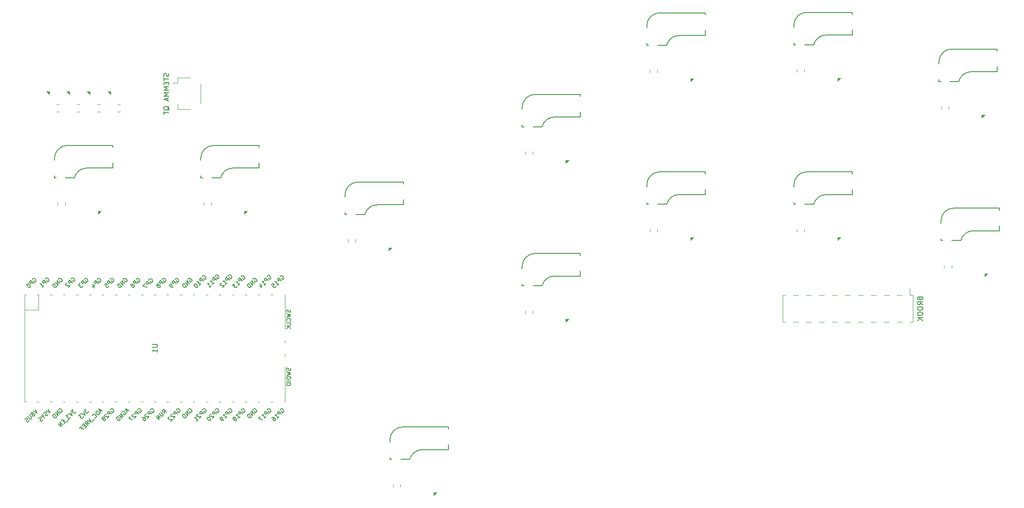
<source format=gbo>
G04 #@! TF.GenerationSoftware,KiCad,Pcbnew,(5.1.9)-1*
G04 #@! TF.CreationDate,2021-09-13T12:17:35-05:00*
G04 #@! TF.ProjectId,OSFRD,4f534652-442e-46b6-9963-61645f706362,rev?*
G04 #@! TF.SameCoordinates,Original*
G04 #@! TF.FileFunction,Legend,Bot*
G04 #@! TF.FilePolarity,Positive*
%FSLAX46Y46*%
G04 Gerber Fmt 4.6, Leading zero omitted, Abs format (unit mm)*
G04 Created by KiCad (PCBNEW (5.1.9)-1) date 2021-09-13 12:17:35*
%MOMM*%
%LPD*%
G01*
G04 APERTURE LIST*
%ADD10C,0.120000*%
%ADD11C,0.100000*%
%ADD12C,0.150000*%
%ADD13C,0.300000*%
%ADD14R,1.000000X3.000000*%
%ADD15O,1.700000X1.700000*%
%ADD16R,3.500000X1.700000*%
%ADD17R,1.700000X1.700000*%
%ADD18O,1.500000X1.500000*%
%ADD19O,1.800000X1.800000*%
%ADD20R,1.700000X3.500000*%
%ADD21R,0.820000X1.700000*%
%ADD22C,2.100000*%
%ADD23C,1.750000*%
%ADD24R,2.550000X2.500000*%
%ADD25C,1.701800*%
%ADD26C,3.987800*%
%ADD27C,3.000000*%
%ADD28R,1.700000X0.820000*%
%ADD29C,6.200000*%
G04 APERTURE END LIST*
D10*
X227880000Y-89590000D02*
X227880000Y-88230000D01*
X203500000Y-94790000D02*
X202930000Y-94790000D01*
X206040000Y-94790000D02*
X205020000Y-94790000D01*
X208580000Y-94790000D02*
X207560000Y-94790000D01*
X211120000Y-94790000D02*
X210100000Y-94790000D01*
X213660000Y-94790000D02*
X212640000Y-94790000D01*
X216200000Y-94790000D02*
X215180000Y-94790000D01*
X218740000Y-94790000D02*
X217720000Y-94790000D01*
X221280000Y-94790000D02*
X220260000Y-94790000D01*
X223820000Y-94790000D02*
X222800000Y-94790000D01*
X226360000Y-94790000D02*
X225340000Y-94790000D01*
X228450000Y-94790000D02*
X227880000Y-94790000D01*
X202930000Y-94790000D02*
X202930000Y-89590000D01*
X203500000Y-89590000D02*
X202930000Y-89590000D01*
X206040000Y-89590000D02*
X205020000Y-89590000D01*
X208580000Y-89590000D02*
X207560000Y-89590000D01*
X211120000Y-89590000D02*
X210100000Y-89590000D01*
X213660000Y-89590000D02*
X212640000Y-89590000D01*
X216200000Y-89590000D02*
X215180000Y-89590000D01*
X218740000Y-89590000D02*
X217720000Y-89590000D01*
X221280000Y-89590000D02*
X220260000Y-89590000D01*
X223820000Y-89590000D02*
X222800000Y-89590000D01*
X226360000Y-89590000D02*
X225340000Y-89590000D01*
X228450000Y-89590000D02*
X227880000Y-89590000D01*
X228450000Y-94790000D02*
X228450000Y-89590000D01*
X54540000Y-89470000D02*
X54540000Y-110470000D01*
X105540000Y-96270000D02*
X105540000Y-89470000D01*
X57207000Y-89470000D02*
X57207000Y-92477000D01*
X57207000Y-92477000D02*
X54540000Y-92477000D01*
X54540000Y-89470000D02*
X54840000Y-89470000D01*
X56940000Y-89470000D02*
X57340000Y-89470000D01*
X59540000Y-89470000D02*
X59940000Y-89470000D01*
X62040000Y-89470000D02*
X62440000Y-89470000D01*
X64640000Y-89470000D02*
X65040000Y-89470000D01*
X67140000Y-89470000D02*
X67540000Y-89470000D01*
X69640000Y-89470000D02*
X70040000Y-89470000D01*
X72240000Y-89470000D02*
X72640000Y-89470000D01*
X74740000Y-89470000D02*
X75140000Y-89470000D01*
X77340000Y-89470000D02*
X77740000Y-89470000D01*
X79840000Y-89470000D02*
X80240000Y-89470000D01*
X82340000Y-89470000D02*
X82740000Y-89470000D01*
X84940000Y-89470000D02*
X85340000Y-89470000D01*
X87440000Y-89470000D02*
X87840000Y-89470000D01*
X90040000Y-89470000D02*
X90440000Y-89470000D01*
X92540000Y-89470000D02*
X92940000Y-89470000D01*
X95140000Y-89470000D02*
X95540000Y-89470000D01*
X97640000Y-89470000D02*
X98040000Y-89470000D01*
X100140000Y-89470000D02*
X100540000Y-89470000D01*
X102740000Y-89470000D02*
X103140000Y-89470000D01*
X69640000Y-110470000D02*
X70040000Y-110470000D01*
X74740000Y-110470000D02*
X75140000Y-110470000D01*
X82340000Y-110470000D02*
X82740000Y-110470000D01*
X90040000Y-110470000D02*
X90440000Y-110470000D01*
X59540000Y-110470000D02*
X59940000Y-110470000D01*
X56940000Y-110470000D02*
X57340000Y-110470000D01*
X64640000Y-110470000D02*
X65040000Y-110470000D01*
X97640000Y-110470000D02*
X98040000Y-110470000D01*
X102740000Y-110470000D02*
X103140000Y-110470000D01*
X100140000Y-110470000D02*
X100540000Y-110470000D01*
X84940000Y-110470000D02*
X85340000Y-110470000D01*
X79840000Y-110470000D02*
X80240000Y-110470000D01*
X67140000Y-110470000D02*
X67540000Y-110470000D01*
X72240000Y-110470000D02*
X72640000Y-110470000D01*
X92540000Y-110470000D02*
X92940000Y-110470000D01*
X77340000Y-110470000D02*
X77740000Y-110470000D01*
X54540000Y-110470000D02*
X54840000Y-110470000D01*
X62040000Y-110470000D02*
X62440000Y-110470000D01*
X87440000Y-110470000D02*
X87840000Y-110470000D01*
X95140000Y-110470000D02*
X95540000Y-110470000D01*
X105540000Y-110470000D02*
X105540000Y-103670000D01*
X105540000Y-98470000D02*
X105540000Y-98870000D01*
X105540000Y-101070000D02*
X105540000Y-101470000D01*
X73261252Y-53585000D02*
X72738748Y-53585000D01*
X73261252Y-52115000D02*
X72738748Y-52115000D01*
X69311252Y-53585000D02*
X68788748Y-53585000D01*
X69311252Y-52115000D02*
X68788748Y-52115000D01*
X65286252Y-53585000D02*
X64763748Y-53585000D01*
X65286252Y-52115000D02*
X64763748Y-52115000D01*
X61311252Y-53585000D02*
X60788748Y-53585000D01*
X61311252Y-52115000D02*
X60788748Y-52115000D01*
X236020000Y-83698748D02*
X236020000Y-84221252D01*
X234550000Y-83698748D02*
X234550000Y-84221252D01*
X207220000Y-76598748D02*
X207220000Y-77121252D01*
X205750000Y-76598748D02*
X205750000Y-77121252D01*
X178420000Y-76598748D02*
X178420000Y-77121252D01*
X176950000Y-76598748D02*
X176950000Y-77121252D01*
X154020000Y-92598748D02*
X154020000Y-93121252D01*
X152550000Y-92598748D02*
X152550000Y-93121252D01*
X235470000Y-52498748D02*
X235470000Y-53021252D01*
X234000000Y-52498748D02*
X234000000Y-53021252D01*
X207220000Y-45298748D02*
X207220000Y-45821252D01*
X205750000Y-45298748D02*
X205750000Y-45821252D01*
X178420000Y-45398748D02*
X178420000Y-45921252D01*
X176950000Y-45398748D02*
X176950000Y-45921252D01*
X154020000Y-61398748D02*
X154020000Y-61921252D01*
X152550000Y-61398748D02*
X152550000Y-61921252D01*
X119325000Y-78598748D02*
X119325000Y-79121252D01*
X117855000Y-78598748D02*
X117855000Y-79121252D01*
X62455000Y-71398748D02*
X62455000Y-71921252D01*
X60985000Y-71398748D02*
X60985000Y-71921252D01*
X91090000Y-71398748D02*
X91090000Y-71921252D01*
X89620000Y-71398748D02*
X89620000Y-71921252D01*
X128125000Y-126628748D02*
X128125000Y-127151252D01*
X126655000Y-126628748D02*
X126655000Y-127151252D01*
D11*
G36*
X71350000Y-50200000D02*
G01*
X71350000Y-49600000D01*
X70750000Y-49600000D01*
X71350000Y-50200000D01*
G37*
X71350000Y-50200000D02*
X71350000Y-49600000D01*
X70750000Y-49600000D01*
X71350000Y-50200000D01*
G36*
X67350000Y-50200000D02*
G01*
X67350000Y-49600000D01*
X66750000Y-49600000D01*
X67350000Y-50200000D01*
G37*
X67350000Y-50200000D02*
X67350000Y-49600000D01*
X66750000Y-49600000D01*
X67350000Y-50200000D01*
G36*
X63350000Y-50200000D02*
G01*
X63350000Y-49600000D01*
X62750000Y-49600000D01*
X63350000Y-50200000D01*
G37*
X63350000Y-50200000D02*
X63350000Y-49600000D01*
X62750000Y-49600000D01*
X63350000Y-50200000D01*
G36*
X59350000Y-50200000D02*
G01*
X59350000Y-49600000D01*
X58750000Y-49600000D01*
X59350000Y-50200000D01*
G37*
X59350000Y-50200000D02*
X59350000Y-49600000D01*
X58750000Y-49600000D01*
X59350000Y-50200000D01*
D10*
X88965000Y-48070000D02*
X88965000Y-51950000D01*
X84495000Y-53120000D02*
X84495000Y-52070000D01*
X86995000Y-53120000D02*
X84495000Y-53120000D01*
X84495000Y-47950000D02*
X83505000Y-47950000D01*
X84495000Y-46900000D02*
X84495000Y-47950000D01*
X86995000Y-46900000D02*
X84495000Y-46900000D01*
D12*
X163365000Y-81375000D02*
X163365000Y-81756000D01*
X154475000Y-81375000D02*
X163365000Y-81375000D01*
X151935000Y-83915000D02*
X151935000Y-84296000D01*
X152316000Y-87725000D02*
X151935000Y-87725000D01*
X155820838Y-87725000D02*
X154094000Y-87725000D01*
X163365000Y-85820000D02*
X158285000Y-85820000D01*
X163365000Y-84804000D02*
X163365000Y-85820000D01*
X151935000Y-87344000D02*
X151935000Y-87725000D01*
X155820838Y-87743960D02*
G75*
G02*
X158285000Y-85820000I2464162J-616040D01*
G01*
X151935000Y-83915000D02*
G75*
G02*
X154475000Y-81375000I2540000J0D01*
G01*
D11*
G36*
X243085000Y-85360000D02*
G01*
X242485000Y-85360000D01*
X242485000Y-85960000D01*
X243085000Y-85360000D01*
G37*
X243085000Y-85360000D02*
X242485000Y-85360000D01*
X242485000Y-85960000D01*
X243085000Y-85360000D01*
G36*
X214285000Y-78260000D02*
G01*
X213685000Y-78260000D01*
X213685000Y-78860000D01*
X214285000Y-78260000D01*
G37*
X214285000Y-78260000D02*
X213685000Y-78260000D01*
X213685000Y-78860000D01*
X214285000Y-78260000D01*
G36*
X185485000Y-78260000D02*
G01*
X184885000Y-78260000D01*
X184885000Y-78860000D01*
X185485000Y-78260000D01*
G37*
X185485000Y-78260000D02*
X184885000Y-78260000D01*
X184885000Y-78860000D01*
X185485000Y-78260000D01*
G36*
X161085000Y-94260000D02*
G01*
X160485000Y-94260000D01*
X160485000Y-94860000D01*
X161085000Y-94260000D01*
G37*
X161085000Y-94260000D02*
X160485000Y-94260000D01*
X160485000Y-94860000D01*
X161085000Y-94260000D01*
G36*
X242535000Y-54160000D02*
G01*
X241935000Y-54160000D01*
X241935000Y-54760000D01*
X242535000Y-54160000D01*
G37*
X242535000Y-54160000D02*
X241935000Y-54160000D01*
X241935000Y-54760000D01*
X242535000Y-54160000D01*
G36*
X214285000Y-46960000D02*
G01*
X213685000Y-46960000D01*
X213685000Y-47560000D01*
X214285000Y-46960000D01*
G37*
X214285000Y-46960000D02*
X213685000Y-46960000D01*
X213685000Y-47560000D01*
X214285000Y-46960000D01*
G36*
X185485000Y-47060000D02*
G01*
X184885000Y-47060000D01*
X184885000Y-47660000D01*
X185485000Y-47060000D01*
G37*
X185485000Y-47060000D02*
X184885000Y-47060000D01*
X184885000Y-47660000D01*
X185485000Y-47060000D01*
G36*
X161085000Y-63060000D02*
G01*
X160485000Y-63060000D01*
X160485000Y-63660000D01*
X161085000Y-63060000D01*
G37*
X161085000Y-63060000D02*
X160485000Y-63060000D01*
X160485000Y-63660000D01*
X161085000Y-63060000D01*
D12*
X245365000Y-72475000D02*
X245365000Y-72856000D01*
X236475000Y-72475000D02*
X245365000Y-72475000D01*
X233935000Y-75015000D02*
X233935000Y-75396000D01*
X234316000Y-78825000D02*
X233935000Y-78825000D01*
X237820838Y-78825000D02*
X236094000Y-78825000D01*
X245365000Y-76920000D02*
X240285000Y-76920000D01*
X245365000Y-75904000D02*
X245365000Y-76920000D01*
X233935000Y-78444000D02*
X233935000Y-78825000D01*
X237820838Y-78843960D02*
G75*
G02*
X240285000Y-76920000I2464162J-616040D01*
G01*
X233935000Y-75015000D02*
G75*
G02*
X236475000Y-72475000I2540000J0D01*
G01*
X216565000Y-65375000D02*
X216565000Y-65756000D01*
X207675000Y-65375000D02*
X216565000Y-65375000D01*
X205135000Y-67915000D02*
X205135000Y-68296000D01*
X205516000Y-71725000D02*
X205135000Y-71725000D01*
X209020838Y-71725000D02*
X207294000Y-71725000D01*
X216565000Y-69820000D02*
X211485000Y-69820000D01*
X216565000Y-68804000D02*
X216565000Y-69820000D01*
X205135000Y-71344000D02*
X205135000Y-71725000D01*
X209020838Y-71743960D02*
G75*
G02*
X211485000Y-69820000I2464162J-616040D01*
G01*
X205135000Y-67915000D02*
G75*
G02*
X207675000Y-65375000I2540000J0D01*
G01*
X187765000Y-65375000D02*
X187765000Y-65756000D01*
X178875000Y-65375000D02*
X187765000Y-65375000D01*
X176335000Y-67915000D02*
X176335000Y-68296000D01*
X176716000Y-71725000D02*
X176335000Y-71725000D01*
X180220838Y-71725000D02*
X178494000Y-71725000D01*
X187765000Y-69820000D02*
X182685000Y-69820000D01*
X187765000Y-68804000D02*
X187765000Y-69820000D01*
X176335000Y-71344000D02*
X176335000Y-71725000D01*
X180220838Y-71743960D02*
G75*
G02*
X182685000Y-69820000I2464162J-616040D01*
G01*
X176335000Y-67915000D02*
G75*
G02*
X178875000Y-65375000I2540000J0D01*
G01*
X244965000Y-41275000D02*
X244965000Y-41656000D01*
X236075000Y-41275000D02*
X244965000Y-41275000D01*
X233535000Y-43815000D02*
X233535000Y-44196000D01*
X233916000Y-47625000D02*
X233535000Y-47625000D01*
X237420838Y-47625000D02*
X235694000Y-47625000D01*
X244965000Y-45720000D02*
X239885000Y-45720000D01*
X244965000Y-44704000D02*
X244965000Y-45720000D01*
X233535000Y-47244000D02*
X233535000Y-47625000D01*
X237420838Y-47643960D02*
G75*
G02*
X239885000Y-45720000I2464162J-616040D01*
G01*
X233535000Y-43815000D02*
G75*
G02*
X236075000Y-41275000I2540000J0D01*
G01*
X216565000Y-34075000D02*
X216565000Y-34456000D01*
X207675000Y-34075000D02*
X216565000Y-34075000D01*
X205135000Y-36615000D02*
X205135000Y-36996000D01*
X205516000Y-40425000D02*
X205135000Y-40425000D01*
X209020838Y-40425000D02*
X207294000Y-40425000D01*
X216565000Y-38520000D02*
X211485000Y-38520000D01*
X216565000Y-37504000D02*
X216565000Y-38520000D01*
X205135000Y-40044000D02*
X205135000Y-40425000D01*
X209020838Y-40443960D02*
G75*
G02*
X211485000Y-38520000I2464162J-616040D01*
G01*
X205135000Y-36615000D02*
G75*
G02*
X207675000Y-34075000I2540000J0D01*
G01*
X187765000Y-34175000D02*
X187765000Y-34556000D01*
X178875000Y-34175000D02*
X187765000Y-34175000D01*
X176335000Y-36715000D02*
X176335000Y-37096000D01*
X176716000Y-40525000D02*
X176335000Y-40525000D01*
X180220838Y-40525000D02*
X178494000Y-40525000D01*
X187765000Y-38620000D02*
X182685000Y-38620000D01*
X187765000Y-37604000D02*
X187765000Y-38620000D01*
X176335000Y-40144000D02*
X176335000Y-40525000D01*
X180220838Y-40543960D02*
G75*
G02*
X182685000Y-38620000I2464162J-616040D01*
G01*
X176335000Y-36715000D02*
G75*
G02*
X178875000Y-34175000I2540000J0D01*
G01*
X163365000Y-50175000D02*
X163365000Y-50556000D01*
X154475000Y-50175000D02*
X163365000Y-50175000D01*
X151935000Y-52715000D02*
X151935000Y-53096000D01*
X152316000Y-56525000D02*
X151935000Y-56525000D01*
X155820838Y-56525000D02*
X154094000Y-56525000D01*
X163365000Y-54620000D02*
X158285000Y-54620000D01*
X163365000Y-53604000D02*
X163365000Y-54620000D01*
X151935000Y-56144000D02*
X151935000Y-56525000D01*
X155820838Y-56543960D02*
G75*
G02*
X158285000Y-54620000I2464162J-616040D01*
G01*
X151935000Y-52715000D02*
G75*
G02*
X154475000Y-50175000I2540000J0D01*
G01*
D11*
G36*
X126390000Y-80260000D02*
G01*
X125790000Y-80260000D01*
X125790000Y-80860000D01*
X126390000Y-80260000D01*
G37*
X126390000Y-80260000D02*
X125790000Y-80260000D01*
X125790000Y-80860000D01*
X126390000Y-80260000D01*
G36*
X69520000Y-73060000D02*
G01*
X68920000Y-73060000D01*
X68920000Y-73660000D01*
X69520000Y-73060000D01*
G37*
X69520000Y-73060000D02*
X68920000Y-73060000D01*
X68920000Y-73660000D01*
X69520000Y-73060000D01*
G36*
X98155000Y-73060000D02*
G01*
X97555000Y-73060000D01*
X97555000Y-73660000D01*
X98155000Y-73060000D01*
G37*
X98155000Y-73060000D02*
X97555000Y-73060000D01*
X97555000Y-73660000D01*
X98155000Y-73060000D01*
G36*
X135190000Y-128290000D02*
G01*
X134590000Y-128290000D01*
X134590000Y-128890000D01*
X135190000Y-128290000D01*
G37*
X135190000Y-128290000D02*
X134590000Y-128290000D01*
X134590000Y-128890000D01*
X135190000Y-128290000D01*
D12*
X100435000Y-60175000D02*
X100435000Y-60556000D01*
X91545000Y-60175000D02*
X100435000Y-60175000D01*
X89005000Y-62715000D02*
X89005000Y-63096000D01*
X89386000Y-66525000D02*
X89005000Y-66525000D01*
X92890838Y-66525000D02*
X91164000Y-66525000D01*
X100435000Y-64620000D02*
X95355000Y-64620000D01*
X100435000Y-63604000D02*
X100435000Y-64620000D01*
X89005000Y-66144000D02*
X89005000Y-66525000D01*
X92890838Y-66543960D02*
G75*
G02*
X95355000Y-64620000I2464162J-616040D01*
G01*
X89005000Y-62715000D02*
G75*
G02*
X91545000Y-60175000I2540000J0D01*
G01*
X137470000Y-115405000D02*
X137470000Y-115786000D01*
X128580000Y-115405000D02*
X137470000Y-115405000D01*
X126040000Y-117945000D02*
X126040000Y-118326000D01*
X126421000Y-121755000D02*
X126040000Y-121755000D01*
X129925838Y-121755000D02*
X128199000Y-121755000D01*
X137470000Y-119850000D02*
X132390000Y-119850000D01*
X137470000Y-118834000D02*
X137470000Y-119850000D01*
X126040000Y-121374000D02*
X126040000Y-121755000D01*
X129925838Y-121773960D02*
G75*
G02*
X132390000Y-119850000I2464162J-616040D01*
G01*
X126040000Y-117945000D02*
G75*
G02*
X128580000Y-115405000I2540000J0D01*
G01*
X128670000Y-67375000D02*
X128670000Y-67756000D01*
X119780000Y-67375000D02*
X128670000Y-67375000D01*
X117240000Y-69915000D02*
X117240000Y-70296000D01*
X117621000Y-73725000D02*
X117240000Y-73725000D01*
X121125838Y-73725000D02*
X119399000Y-73725000D01*
X128670000Y-71820000D02*
X123590000Y-71820000D01*
X128670000Y-70804000D02*
X128670000Y-71820000D01*
X117240000Y-73344000D02*
X117240000Y-73725000D01*
X121125838Y-73743960D02*
G75*
G02*
X123590000Y-71820000I2464162J-616040D01*
G01*
X117240000Y-69915000D02*
G75*
G02*
X119780000Y-67375000I2540000J0D01*
G01*
X71800000Y-60175000D02*
X71800000Y-60556000D01*
X62910000Y-60175000D02*
X71800000Y-60175000D01*
X60370000Y-62715000D02*
X60370000Y-63096000D01*
X60751000Y-66525000D02*
X60370000Y-66525000D01*
X64255838Y-66525000D02*
X62529000Y-66525000D01*
X71800000Y-64620000D02*
X66720000Y-64620000D01*
X71800000Y-63604000D02*
X71800000Y-64620000D01*
X60370000Y-66144000D02*
X60370000Y-66525000D01*
X64255838Y-66543960D02*
G75*
G02*
X66720000Y-64620000I2464162J-616040D01*
G01*
X60370000Y-62715000D02*
G75*
G02*
X62910000Y-60175000I2540000J0D01*
G01*
X229818571Y-90213809D02*
X229866190Y-90356666D01*
X229913809Y-90404285D01*
X230009047Y-90451904D01*
X230151904Y-90451904D01*
X230247142Y-90404285D01*
X230294761Y-90356666D01*
X230342380Y-90261428D01*
X230342380Y-89880476D01*
X229342380Y-89880476D01*
X229342380Y-90213809D01*
X229390000Y-90309047D01*
X229437619Y-90356666D01*
X229532857Y-90404285D01*
X229628095Y-90404285D01*
X229723333Y-90356666D01*
X229770952Y-90309047D01*
X229818571Y-90213809D01*
X229818571Y-89880476D01*
X230342380Y-91451904D02*
X229866190Y-91118571D01*
X230342380Y-90880476D02*
X229342380Y-90880476D01*
X229342380Y-91261428D01*
X229390000Y-91356666D01*
X229437619Y-91404285D01*
X229532857Y-91451904D01*
X229675714Y-91451904D01*
X229770952Y-91404285D01*
X229818571Y-91356666D01*
X229866190Y-91261428D01*
X229866190Y-90880476D01*
X229342380Y-92070952D02*
X229342380Y-92261428D01*
X229390000Y-92356666D01*
X229485238Y-92451904D01*
X229675714Y-92499523D01*
X230009047Y-92499523D01*
X230199523Y-92451904D01*
X230294761Y-92356666D01*
X230342380Y-92261428D01*
X230342380Y-92070952D01*
X230294761Y-91975714D01*
X230199523Y-91880476D01*
X230009047Y-91832857D01*
X229675714Y-91832857D01*
X229485238Y-91880476D01*
X229390000Y-91975714D01*
X229342380Y-92070952D01*
X229342380Y-93118571D02*
X229342380Y-93309047D01*
X229390000Y-93404285D01*
X229485238Y-93499523D01*
X229675714Y-93547142D01*
X230009047Y-93547142D01*
X230199523Y-93499523D01*
X230294761Y-93404285D01*
X230342380Y-93309047D01*
X230342380Y-93118571D01*
X230294761Y-93023333D01*
X230199523Y-92928095D01*
X230009047Y-92880476D01*
X229675714Y-92880476D01*
X229485238Y-92928095D01*
X229390000Y-93023333D01*
X229342380Y-93118571D01*
X230342380Y-93975714D02*
X229342380Y-93975714D01*
X230342380Y-94547142D02*
X229770952Y-94118571D01*
X229342380Y-94547142D02*
X229913809Y-93975714D01*
X79492380Y-99208095D02*
X80301904Y-99208095D01*
X80397142Y-99255714D01*
X80444761Y-99303333D01*
X80492380Y-99398571D01*
X80492380Y-99589047D01*
X80444761Y-99684285D01*
X80397142Y-99731904D01*
X80301904Y-99779523D01*
X79492380Y-99779523D01*
X80492380Y-100779523D02*
X80492380Y-100208095D01*
X80492380Y-100493809D02*
X79492380Y-100493809D01*
X79635238Y-100398571D01*
X79730476Y-100303333D01*
X79778095Y-100208095D01*
X106563809Y-103874761D02*
X106601904Y-103989047D01*
X106601904Y-104179523D01*
X106563809Y-104255714D01*
X106525714Y-104293809D01*
X106449523Y-104331904D01*
X106373333Y-104331904D01*
X106297142Y-104293809D01*
X106259047Y-104255714D01*
X106220952Y-104179523D01*
X106182857Y-104027142D01*
X106144761Y-103950952D01*
X106106666Y-103912857D01*
X106030476Y-103874761D01*
X105954285Y-103874761D01*
X105878095Y-103912857D01*
X105840000Y-103950952D01*
X105801904Y-104027142D01*
X105801904Y-104217619D01*
X105840000Y-104331904D01*
X105801904Y-104598571D02*
X106601904Y-104789047D01*
X106030476Y-104941428D01*
X106601904Y-105093809D01*
X105801904Y-105284285D01*
X106601904Y-105589047D02*
X105801904Y-105589047D01*
X105801904Y-105779523D01*
X105840000Y-105893809D01*
X105916190Y-105970000D01*
X105992380Y-106008095D01*
X106144761Y-106046190D01*
X106259047Y-106046190D01*
X106411428Y-106008095D01*
X106487619Y-105970000D01*
X106563809Y-105893809D01*
X106601904Y-105779523D01*
X106601904Y-105589047D01*
X106601904Y-106389047D02*
X105801904Y-106389047D01*
X105801904Y-106922380D02*
X105801904Y-107074761D01*
X105840000Y-107150952D01*
X105916190Y-107227142D01*
X106068571Y-107265238D01*
X106335238Y-107265238D01*
X106487619Y-107227142D01*
X106563809Y-107150952D01*
X106601904Y-107074761D01*
X106601904Y-106922380D01*
X106563809Y-106846190D01*
X106487619Y-106770000D01*
X106335238Y-106731904D01*
X106068571Y-106731904D01*
X105916190Y-106770000D01*
X105840000Y-106846190D01*
X105801904Y-106922380D01*
X106563809Y-92460476D02*
X106601904Y-92574761D01*
X106601904Y-92765238D01*
X106563809Y-92841428D01*
X106525714Y-92879523D01*
X106449523Y-92917619D01*
X106373333Y-92917619D01*
X106297142Y-92879523D01*
X106259047Y-92841428D01*
X106220952Y-92765238D01*
X106182857Y-92612857D01*
X106144761Y-92536666D01*
X106106666Y-92498571D01*
X106030476Y-92460476D01*
X105954285Y-92460476D01*
X105878095Y-92498571D01*
X105840000Y-92536666D01*
X105801904Y-92612857D01*
X105801904Y-92803333D01*
X105840000Y-92917619D01*
X105801904Y-93184285D02*
X106601904Y-93374761D01*
X106030476Y-93527142D01*
X106601904Y-93679523D01*
X105801904Y-93870000D01*
X106525714Y-94631904D02*
X106563809Y-94593809D01*
X106601904Y-94479523D01*
X106601904Y-94403333D01*
X106563809Y-94289047D01*
X106487619Y-94212857D01*
X106411428Y-94174761D01*
X106259047Y-94136666D01*
X106144761Y-94136666D01*
X105992380Y-94174761D01*
X105916190Y-94212857D01*
X105840000Y-94289047D01*
X105801904Y-94403333D01*
X105801904Y-94479523D01*
X105840000Y-94593809D01*
X105878095Y-94631904D01*
X106601904Y-95355714D02*
X106601904Y-94974761D01*
X105801904Y-94974761D01*
X106601904Y-95622380D02*
X105801904Y-95622380D01*
X106601904Y-96079523D02*
X106144761Y-95736666D01*
X105801904Y-96079523D02*
X106259047Y-95622380D01*
X74780964Y-112121597D02*
X74511590Y-112390971D01*
X74996463Y-112229346D02*
X74242216Y-111852223D01*
X74619340Y-112606470D01*
X73595719Y-112552595D02*
X73622656Y-112471783D01*
X73703468Y-112390971D01*
X73811218Y-112337096D01*
X73918967Y-112337096D01*
X73999780Y-112364033D01*
X74134467Y-112444845D01*
X74215279Y-112525658D01*
X74296091Y-112660345D01*
X74323028Y-112741157D01*
X74323028Y-112848906D01*
X74269154Y-112956656D01*
X74215279Y-113010531D01*
X74107529Y-113064406D01*
X74053654Y-113064406D01*
X73865093Y-112875844D01*
X73972842Y-112768094D01*
X73865093Y-113360717D02*
X73299407Y-112795032D01*
X73541844Y-113683966D01*
X72976158Y-113118280D01*
X73272470Y-113953340D02*
X72706784Y-113387654D01*
X72572097Y-113522341D01*
X72518223Y-113630091D01*
X72518223Y-113737841D01*
X72545160Y-113818653D01*
X72625972Y-113953340D01*
X72706784Y-114034152D01*
X72841471Y-114114964D01*
X72922284Y-114141902D01*
X73030033Y-114141902D01*
X73137783Y-114088027D01*
X73272470Y-113953340D01*
X61138155Y-112056158D02*
X61165093Y-111975346D01*
X61245905Y-111894534D01*
X61353654Y-111840659D01*
X61461404Y-111840659D01*
X61542216Y-111867597D01*
X61676903Y-111948409D01*
X61757715Y-112029221D01*
X61838528Y-112163908D01*
X61865465Y-112244720D01*
X61865465Y-112352470D01*
X61811590Y-112460219D01*
X61757715Y-112514094D01*
X61649966Y-112567969D01*
X61596091Y-112567969D01*
X61407529Y-112379407D01*
X61515279Y-112271658D01*
X61407529Y-112864280D02*
X60841844Y-112298595D01*
X61084280Y-113187529D01*
X60518595Y-112621844D01*
X60814906Y-113456903D02*
X60249221Y-112891218D01*
X60114534Y-113025905D01*
X60060659Y-113133654D01*
X60060659Y-113241404D01*
X60087597Y-113322216D01*
X60168409Y-113456903D01*
X60249221Y-113537715D01*
X60383908Y-113618528D01*
X60464720Y-113645465D01*
X60572470Y-113645465D01*
X60680219Y-113591590D01*
X60814906Y-113456903D01*
X86538155Y-112056158D02*
X86565093Y-111975346D01*
X86645905Y-111894534D01*
X86753654Y-111840659D01*
X86861404Y-111840659D01*
X86942216Y-111867597D01*
X87076903Y-111948409D01*
X87157715Y-112029221D01*
X87238528Y-112163908D01*
X87265465Y-112244720D01*
X87265465Y-112352470D01*
X87211590Y-112460219D01*
X87157715Y-112514094D01*
X87049966Y-112567969D01*
X86996091Y-112567969D01*
X86807529Y-112379407D01*
X86915279Y-112271658D01*
X86807529Y-112864280D02*
X86241844Y-112298595D01*
X86484280Y-113187529D01*
X85918595Y-112621844D01*
X86214906Y-113456903D02*
X85649221Y-112891218D01*
X85514534Y-113025905D01*
X85460659Y-113133654D01*
X85460659Y-113241404D01*
X85487597Y-113322216D01*
X85568409Y-113456903D01*
X85649221Y-113537715D01*
X85783908Y-113618528D01*
X85864720Y-113645465D01*
X85972470Y-113645465D01*
X86080219Y-113591590D01*
X86214906Y-113456903D01*
X99238155Y-112056158D02*
X99265093Y-111975346D01*
X99345905Y-111894534D01*
X99453654Y-111840659D01*
X99561404Y-111840659D01*
X99642216Y-111867597D01*
X99776903Y-111948409D01*
X99857715Y-112029221D01*
X99938528Y-112163908D01*
X99965465Y-112244720D01*
X99965465Y-112352470D01*
X99911590Y-112460219D01*
X99857715Y-112514094D01*
X99749966Y-112567969D01*
X99696091Y-112567969D01*
X99507529Y-112379407D01*
X99615279Y-112271658D01*
X99507529Y-112864280D02*
X98941844Y-112298595D01*
X99184280Y-113187529D01*
X98618595Y-112621844D01*
X98914906Y-113456903D02*
X98349221Y-112891218D01*
X98214534Y-113025905D01*
X98160659Y-113133654D01*
X98160659Y-113241404D01*
X98187597Y-113322216D01*
X98268409Y-113456903D01*
X98349221Y-113537715D01*
X98483908Y-113618528D01*
X98564720Y-113645465D01*
X98672470Y-113645465D01*
X98780219Y-113591590D01*
X98914906Y-113456903D01*
X99238155Y-86456158D02*
X99265093Y-86375346D01*
X99345905Y-86294534D01*
X99453654Y-86240659D01*
X99561404Y-86240659D01*
X99642216Y-86267597D01*
X99776903Y-86348409D01*
X99857715Y-86429221D01*
X99938528Y-86563908D01*
X99965465Y-86644720D01*
X99965465Y-86752470D01*
X99911590Y-86860219D01*
X99857715Y-86914094D01*
X99749966Y-86967969D01*
X99696091Y-86967969D01*
X99507529Y-86779407D01*
X99615279Y-86671658D01*
X99507529Y-87264280D02*
X98941844Y-86698595D01*
X99184280Y-87587529D01*
X98618595Y-87021844D01*
X98914906Y-87856903D02*
X98349221Y-87291218D01*
X98214534Y-87425905D01*
X98160659Y-87533654D01*
X98160659Y-87641404D01*
X98187597Y-87722216D01*
X98268409Y-87856903D01*
X98349221Y-87937715D01*
X98483908Y-88018528D01*
X98564720Y-88045465D01*
X98672470Y-88045465D01*
X98780219Y-87991590D01*
X98914906Y-87856903D01*
X86538155Y-86456158D02*
X86565093Y-86375346D01*
X86645905Y-86294534D01*
X86753654Y-86240659D01*
X86861404Y-86240659D01*
X86942216Y-86267597D01*
X87076903Y-86348409D01*
X87157715Y-86429221D01*
X87238528Y-86563908D01*
X87265465Y-86644720D01*
X87265465Y-86752470D01*
X87211590Y-86860219D01*
X87157715Y-86914094D01*
X87049966Y-86967969D01*
X86996091Y-86967969D01*
X86807529Y-86779407D01*
X86915279Y-86671658D01*
X86807529Y-87264280D02*
X86241844Y-86698595D01*
X86484280Y-87587529D01*
X85918595Y-87021844D01*
X86214906Y-87856903D02*
X85649221Y-87291218D01*
X85514534Y-87425905D01*
X85460659Y-87533654D01*
X85460659Y-87641404D01*
X85487597Y-87722216D01*
X85568409Y-87856903D01*
X85649221Y-87937715D01*
X85783908Y-88018528D01*
X85864720Y-88045465D01*
X85972470Y-88045465D01*
X86080219Y-87991590D01*
X86214906Y-87856903D01*
X73838155Y-86456158D02*
X73865093Y-86375346D01*
X73945905Y-86294534D01*
X74053654Y-86240659D01*
X74161404Y-86240659D01*
X74242216Y-86267597D01*
X74376903Y-86348409D01*
X74457715Y-86429221D01*
X74538528Y-86563908D01*
X74565465Y-86644720D01*
X74565465Y-86752470D01*
X74511590Y-86860219D01*
X74457715Y-86914094D01*
X74349966Y-86967969D01*
X74296091Y-86967969D01*
X74107529Y-86779407D01*
X74215279Y-86671658D01*
X74107529Y-87264280D02*
X73541844Y-86698595D01*
X73784280Y-87587529D01*
X73218595Y-87021844D01*
X73514906Y-87856903D02*
X72949221Y-87291218D01*
X72814534Y-87425905D01*
X72760659Y-87533654D01*
X72760659Y-87641404D01*
X72787597Y-87722216D01*
X72868409Y-87856903D01*
X72949221Y-87937715D01*
X73083908Y-88018528D01*
X73164720Y-88045465D01*
X73272470Y-88045465D01*
X73380219Y-87991590D01*
X73514906Y-87856903D01*
X61138155Y-86456158D02*
X61165093Y-86375346D01*
X61245905Y-86294534D01*
X61353654Y-86240659D01*
X61461404Y-86240659D01*
X61542216Y-86267597D01*
X61676903Y-86348409D01*
X61757715Y-86429221D01*
X61838528Y-86563908D01*
X61865465Y-86644720D01*
X61865465Y-86752470D01*
X61811590Y-86860219D01*
X61757715Y-86914094D01*
X61649966Y-86967969D01*
X61596091Y-86967969D01*
X61407529Y-86779407D01*
X61515279Y-86671658D01*
X61407529Y-87264280D02*
X60841844Y-86698595D01*
X61084280Y-87587529D01*
X60518595Y-87021844D01*
X60814906Y-87856903D02*
X60249221Y-87291218D01*
X60114534Y-87425905D01*
X60060659Y-87533654D01*
X60060659Y-87641404D01*
X60087597Y-87722216D01*
X60168409Y-87856903D01*
X60249221Y-87937715D01*
X60383908Y-88018528D01*
X60464720Y-88045465D01*
X60572470Y-88045465D01*
X60680219Y-87991590D01*
X60814906Y-87856903D01*
X56567309Y-111923129D02*
X56944433Y-112677377D01*
X56190186Y-112300253D01*
X56082436Y-112946751D02*
X56028561Y-113054500D01*
X56028561Y-113108375D01*
X56055499Y-113189187D01*
X56136311Y-113270000D01*
X56217123Y-113296937D01*
X56270998Y-113296937D01*
X56351810Y-113270000D01*
X56567309Y-113054500D01*
X56001624Y-112488815D01*
X55813062Y-112677377D01*
X55786125Y-112758189D01*
X55786125Y-112812064D01*
X55813062Y-112892876D01*
X55866937Y-112946751D01*
X55947749Y-112973688D01*
X56001624Y-112973688D01*
X56082436Y-112946751D01*
X56270998Y-112758189D01*
X55435938Y-113054500D02*
X55893874Y-113512436D01*
X55920812Y-113593248D01*
X55920812Y-113647123D01*
X55893874Y-113727935D01*
X55786125Y-113835685D01*
X55705312Y-113862622D01*
X55651438Y-113862622D01*
X55570625Y-113835685D01*
X55112690Y-113377749D01*
X55409001Y-114158934D02*
X55355126Y-114266683D01*
X55220439Y-114401370D01*
X55139627Y-114428308D01*
X55085752Y-114428308D01*
X55004940Y-114401370D01*
X54951065Y-114347496D01*
X54924128Y-114266683D01*
X54924128Y-114212809D01*
X54951065Y-114131996D01*
X55031877Y-113997309D01*
X55058815Y-113916497D01*
X55058815Y-113862622D01*
X55031877Y-113781810D01*
X54978003Y-113727935D01*
X54897190Y-113700998D01*
X54843316Y-113700998D01*
X54762503Y-113727935D01*
X54627816Y-113862622D01*
X54573942Y-113970372D01*
X59109966Y-111890473D02*
X59487089Y-112644720D01*
X58732842Y-112267597D01*
X59109966Y-112967969D02*
X59056091Y-113075719D01*
X58921404Y-113210406D01*
X58840592Y-113237343D01*
X58786717Y-113237343D01*
X58705905Y-113210406D01*
X58652030Y-113156531D01*
X58625093Y-113075719D01*
X58625093Y-113021844D01*
X58652030Y-112941032D01*
X58732842Y-112806345D01*
X58759780Y-112725532D01*
X58759780Y-112671658D01*
X58732842Y-112590845D01*
X58678967Y-112536971D01*
X58598155Y-112510033D01*
X58544280Y-112510033D01*
X58463468Y-112536971D01*
X58328781Y-112671658D01*
X58274906Y-112779407D01*
X58194094Y-113398967D02*
X58463468Y-113668341D01*
X58086345Y-112914094D02*
X58194094Y-113398967D01*
X57709221Y-113291218D01*
X58086345Y-113991590D02*
X58032470Y-114099340D01*
X57897783Y-114234027D01*
X57816971Y-114260964D01*
X57763096Y-114260964D01*
X57682284Y-114234027D01*
X57628409Y-114180152D01*
X57601471Y-114099340D01*
X57601471Y-114045465D01*
X57628409Y-113964653D01*
X57709221Y-113829966D01*
X57736158Y-113749154D01*
X57736158Y-113695279D01*
X57709221Y-113614467D01*
X57655346Y-113560592D01*
X57574534Y-113533654D01*
X57520659Y-113533654D01*
X57439847Y-113560592D01*
X57305160Y-113695279D01*
X57251285Y-113803028D01*
X63998308Y-111892131D02*
X63648122Y-112242317D01*
X64052183Y-112269255D01*
X63971370Y-112350067D01*
X63944433Y-112430879D01*
X63944433Y-112484754D01*
X63971370Y-112565566D01*
X64106057Y-112700253D01*
X64186870Y-112727190D01*
X64240744Y-112727190D01*
X64321557Y-112700253D01*
X64483181Y-112538629D01*
X64510118Y-112457816D01*
X64510118Y-112403942D01*
X63486497Y-112403942D02*
X63863621Y-113158189D01*
X63109374Y-112781065D01*
X62974687Y-112915752D02*
X62624500Y-113265938D01*
X63028561Y-113292876D01*
X62947749Y-113373688D01*
X62920812Y-113454500D01*
X62920812Y-113508375D01*
X62947749Y-113589187D01*
X63082436Y-113723874D01*
X63163248Y-113750812D01*
X63217123Y-113750812D01*
X63297935Y-113723874D01*
X63459560Y-113562250D01*
X63486497Y-113481438D01*
X63486497Y-113427563D01*
X63136311Y-113993248D02*
X62705312Y-114424247D01*
X62220439Y-114208748D02*
X62031877Y-114397309D01*
X62247377Y-114774433D02*
X62516751Y-114505059D01*
X61951065Y-113939374D01*
X61681691Y-114208748D01*
X62004940Y-115016870D02*
X61439255Y-114451184D01*
X61681691Y-115340118D01*
X61116006Y-114774433D01*
X66530592Y-111859847D02*
X66180406Y-112210033D01*
X66584467Y-112236971D01*
X66503654Y-112317783D01*
X66476717Y-112398595D01*
X66476717Y-112452470D01*
X66503654Y-112533282D01*
X66638341Y-112667969D01*
X66719154Y-112694906D01*
X66773028Y-112694906D01*
X66853841Y-112667969D01*
X67015465Y-112506345D01*
X67042402Y-112425532D01*
X67042402Y-112371658D01*
X66018781Y-112371658D02*
X66395905Y-113125905D01*
X65641658Y-112748781D01*
X65506971Y-112883468D02*
X65156784Y-113233654D01*
X65560845Y-113260592D01*
X65480033Y-113341404D01*
X65453096Y-113422216D01*
X65453096Y-113476091D01*
X65480033Y-113556903D01*
X65614720Y-113691590D01*
X65695532Y-113718528D01*
X65749407Y-113718528D01*
X65830219Y-113691590D01*
X65991844Y-113529966D01*
X66018781Y-113449154D01*
X66018781Y-113395279D01*
X69573773Y-112124788D02*
X69304399Y-112394162D01*
X69789272Y-112232537D02*
X69035025Y-111855414D01*
X69412149Y-112609661D01*
X69223587Y-112798223D02*
X68657902Y-112232537D01*
X68523215Y-112367224D01*
X68469340Y-112474974D01*
X68469340Y-112582723D01*
X68496277Y-112663536D01*
X68577089Y-112798223D01*
X68657902Y-112879035D01*
X68792589Y-112959847D01*
X68873401Y-112986784D01*
X68981150Y-112986784D01*
X69088900Y-112932910D01*
X69223587Y-112798223D01*
X68280778Y-113633282D02*
X68334653Y-113633282D01*
X68442402Y-113579407D01*
X68496277Y-113525532D01*
X68550152Y-113417783D01*
X68550152Y-113310033D01*
X68523215Y-113229221D01*
X68442402Y-113094534D01*
X68361590Y-113013722D01*
X68226903Y-112932910D01*
X68146091Y-112905972D01*
X68038341Y-112905972D01*
X67930592Y-112959847D01*
X67876717Y-113013722D01*
X67822842Y-113121471D01*
X67822842Y-113175346D01*
X68280778Y-113848781D02*
X67849780Y-114279780D01*
X67176345Y-113714094D02*
X67553468Y-114468341D01*
X66799221Y-114091218D01*
X66853096Y-115168714D02*
X66772284Y-114710778D01*
X67176345Y-114845465D02*
X66610659Y-114279780D01*
X66395160Y-114495279D01*
X66368223Y-114576091D01*
X66368223Y-114629966D01*
X66395160Y-114710778D01*
X66475972Y-114791590D01*
X66556784Y-114818528D01*
X66610659Y-114818528D01*
X66691471Y-114791590D01*
X66906971Y-114576091D01*
X66314348Y-115114839D02*
X66125786Y-115303401D01*
X66341285Y-115680524D02*
X66610659Y-115411150D01*
X66044974Y-114845465D01*
X65775600Y-115114839D01*
X65613975Y-115815211D02*
X65802537Y-115626650D01*
X66098849Y-115922961D02*
X65533163Y-115357276D01*
X65263789Y-115626650D01*
X71286592Y-112067722D02*
X71313529Y-111986910D01*
X71394341Y-111906097D01*
X71502091Y-111852223D01*
X71609841Y-111852223D01*
X71690653Y-111879160D01*
X71825340Y-111959972D01*
X71906152Y-112040784D01*
X71986964Y-112175471D01*
X72013902Y-112256284D01*
X72013902Y-112364033D01*
X71960027Y-112471783D01*
X71906152Y-112525658D01*
X71798402Y-112579532D01*
X71744528Y-112579532D01*
X71555966Y-112390971D01*
X71663715Y-112283221D01*
X71555966Y-112875844D02*
X70990280Y-112310158D01*
X70774781Y-112525658D01*
X70747844Y-112606470D01*
X70747844Y-112660345D01*
X70774781Y-112741157D01*
X70855593Y-112821969D01*
X70936406Y-112848906D01*
X70990280Y-112848906D01*
X71071093Y-112821969D01*
X71286592Y-112606470D01*
X70505407Y-112902781D02*
X70451532Y-112902781D01*
X70370720Y-112929719D01*
X70236033Y-113064406D01*
X70209096Y-113145218D01*
X70209096Y-113199093D01*
X70236033Y-113279905D01*
X70289908Y-113333780D01*
X70397658Y-113387654D01*
X71044155Y-113387654D01*
X70693969Y-113737841D01*
X70047471Y-113737841D02*
X70074409Y-113657028D01*
X70074409Y-113603154D01*
X70047471Y-113522341D01*
X70020534Y-113495404D01*
X69939722Y-113468467D01*
X69885847Y-113468467D01*
X69805035Y-113495404D01*
X69697285Y-113603154D01*
X69670348Y-113683966D01*
X69670348Y-113737841D01*
X69697285Y-113818653D01*
X69724223Y-113845590D01*
X69805035Y-113872528D01*
X69858910Y-113872528D01*
X69939722Y-113845590D01*
X70047471Y-113737841D01*
X70128284Y-113710903D01*
X70182158Y-113710903D01*
X70262971Y-113737841D01*
X70370720Y-113845590D01*
X70397658Y-113926402D01*
X70397658Y-113980277D01*
X70370720Y-114061089D01*
X70262971Y-114168839D01*
X70182158Y-114195776D01*
X70128284Y-114195776D01*
X70047471Y-114168839D01*
X69939722Y-114061089D01*
X69912784Y-113980277D01*
X69912784Y-113926402D01*
X69939722Y-113845590D01*
X76630592Y-112067722D02*
X76657529Y-111986910D01*
X76738341Y-111906097D01*
X76846091Y-111852223D01*
X76953841Y-111852223D01*
X77034653Y-111879160D01*
X77169340Y-111959972D01*
X77250152Y-112040784D01*
X77330964Y-112175471D01*
X77357902Y-112256284D01*
X77357902Y-112364033D01*
X77304027Y-112471783D01*
X77250152Y-112525658D01*
X77142402Y-112579532D01*
X77088528Y-112579532D01*
X76899966Y-112390971D01*
X77007715Y-112283221D01*
X76899966Y-112875844D02*
X76334280Y-112310158D01*
X76118781Y-112525658D01*
X76091844Y-112606470D01*
X76091844Y-112660345D01*
X76118781Y-112741157D01*
X76199593Y-112821969D01*
X76280406Y-112848906D01*
X76334280Y-112848906D01*
X76415093Y-112821969D01*
X76630592Y-112606470D01*
X75849407Y-112902781D02*
X75795532Y-112902781D01*
X75714720Y-112929719D01*
X75580033Y-113064406D01*
X75553096Y-113145218D01*
X75553096Y-113199093D01*
X75580033Y-113279905D01*
X75633908Y-113333780D01*
X75741658Y-113387654D01*
X76388155Y-113387654D01*
X76037969Y-113737841D01*
X75283722Y-113360717D02*
X74906598Y-113737841D01*
X75714720Y-114061089D01*
X79160592Y-112067722D02*
X79187529Y-111986910D01*
X79268341Y-111906097D01*
X79376091Y-111852223D01*
X79483841Y-111852223D01*
X79564653Y-111879160D01*
X79699340Y-111959972D01*
X79780152Y-112040784D01*
X79860964Y-112175471D01*
X79887902Y-112256284D01*
X79887902Y-112364033D01*
X79834027Y-112471783D01*
X79780152Y-112525658D01*
X79672402Y-112579532D01*
X79618528Y-112579532D01*
X79429966Y-112390971D01*
X79537715Y-112283221D01*
X79429966Y-112875844D02*
X78864280Y-112310158D01*
X78648781Y-112525658D01*
X78621844Y-112606470D01*
X78621844Y-112660345D01*
X78648781Y-112741157D01*
X78729593Y-112821969D01*
X78810406Y-112848906D01*
X78864280Y-112848906D01*
X78945093Y-112821969D01*
X79160592Y-112606470D01*
X78379407Y-112902781D02*
X78325532Y-112902781D01*
X78244720Y-112929719D01*
X78110033Y-113064406D01*
X78083096Y-113145218D01*
X78083096Y-113199093D01*
X78110033Y-113279905D01*
X78163908Y-113333780D01*
X78271658Y-113387654D01*
X78918155Y-113387654D01*
X78567969Y-113737841D01*
X77517410Y-113657028D02*
X77625160Y-113549279D01*
X77705972Y-113522341D01*
X77759847Y-113522341D01*
X77894534Y-113549279D01*
X78029221Y-113630091D01*
X78244720Y-113845590D01*
X78271658Y-113926402D01*
X78271658Y-113980277D01*
X78244720Y-114061089D01*
X78136971Y-114168839D01*
X78056158Y-114195776D01*
X78002284Y-114195776D01*
X77921471Y-114168839D01*
X77786784Y-114034152D01*
X77759847Y-113953340D01*
X77759847Y-113899465D01*
X77786784Y-113818653D01*
X77894534Y-113710903D01*
X77975346Y-113683966D01*
X78029221Y-113683966D01*
X78110033Y-113710903D01*
X81983435Y-112808375D02*
X81902622Y-112350439D01*
X82306683Y-112485126D02*
X81740998Y-111919441D01*
X81525499Y-112134940D01*
X81498561Y-112215752D01*
X81498561Y-112269627D01*
X81525499Y-112350439D01*
X81606311Y-112431251D01*
X81687123Y-112458189D01*
X81740998Y-112458189D01*
X81821810Y-112431251D01*
X82037309Y-112215752D01*
X81175312Y-112485126D02*
X81633248Y-112943062D01*
X81660186Y-113023874D01*
X81660186Y-113077749D01*
X81633248Y-113158561D01*
X81525499Y-113266311D01*
X81444687Y-113293248D01*
X81390812Y-113293248D01*
X81310000Y-113266311D01*
X80852064Y-112808375D01*
X81148375Y-113643435D02*
X80582690Y-113077749D01*
X80825126Y-113966683D01*
X80259441Y-113400998D01*
X84240592Y-112067722D02*
X84267529Y-111986910D01*
X84348341Y-111906097D01*
X84456091Y-111852223D01*
X84563841Y-111852223D01*
X84644653Y-111879160D01*
X84779340Y-111959972D01*
X84860152Y-112040784D01*
X84940964Y-112175471D01*
X84967902Y-112256284D01*
X84967902Y-112364033D01*
X84914027Y-112471783D01*
X84860152Y-112525658D01*
X84752402Y-112579532D01*
X84698528Y-112579532D01*
X84509966Y-112390971D01*
X84617715Y-112283221D01*
X84509966Y-112875844D02*
X83944280Y-112310158D01*
X83728781Y-112525658D01*
X83701844Y-112606470D01*
X83701844Y-112660345D01*
X83728781Y-112741157D01*
X83809593Y-112821969D01*
X83890406Y-112848906D01*
X83944280Y-112848906D01*
X84025093Y-112821969D01*
X84240592Y-112606470D01*
X83459407Y-112902781D02*
X83405532Y-112902781D01*
X83324720Y-112929719D01*
X83190033Y-113064406D01*
X83163096Y-113145218D01*
X83163096Y-113199093D01*
X83190033Y-113279905D01*
X83243908Y-113333780D01*
X83351658Y-113387654D01*
X83998155Y-113387654D01*
X83647969Y-113737841D01*
X82920659Y-113441529D02*
X82866784Y-113441529D01*
X82785972Y-113468467D01*
X82651285Y-113603154D01*
X82624348Y-113683966D01*
X82624348Y-113737841D01*
X82651285Y-113818653D01*
X82705160Y-113872528D01*
X82812910Y-113926402D01*
X83459407Y-113926402D01*
X83109221Y-114276589D01*
X89330592Y-112067722D02*
X89357529Y-111986910D01*
X89438341Y-111906097D01*
X89546091Y-111852223D01*
X89653841Y-111852223D01*
X89734653Y-111879160D01*
X89869340Y-111959972D01*
X89950152Y-112040784D01*
X90030964Y-112175471D01*
X90057902Y-112256284D01*
X90057902Y-112364033D01*
X90004027Y-112471783D01*
X89950152Y-112525658D01*
X89842402Y-112579532D01*
X89788528Y-112579532D01*
X89599966Y-112390971D01*
X89707715Y-112283221D01*
X89599966Y-112875844D02*
X89034280Y-112310158D01*
X88818781Y-112525658D01*
X88791844Y-112606470D01*
X88791844Y-112660345D01*
X88818781Y-112741157D01*
X88899593Y-112821969D01*
X88980406Y-112848906D01*
X89034280Y-112848906D01*
X89115093Y-112821969D01*
X89330592Y-112606470D01*
X88549407Y-112902781D02*
X88495532Y-112902781D01*
X88414720Y-112929719D01*
X88280033Y-113064406D01*
X88253096Y-113145218D01*
X88253096Y-113199093D01*
X88280033Y-113279905D01*
X88333908Y-113333780D01*
X88441658Y-113387654D01*
X89088155Y-113387654D01*
X88737969Y-113737841D01*
X88199221Y-114276589D02*
X88522470Y-113953340D01*
X88360845Y-114114964D02*
X87795160Y-113549279D01*
X87929847Y-113576216D01*
X88037597Y-113576216D01*
X88118409Y-113549279D01*
X91860592Y-112067722D02*
X91887529Y-111986910D01*
X91968341Y-111906097D01*
X92076091Y-111852223D01*
X92183841Y-111852223D01*
X92264653Y-111879160D01*
X92399340Y-111959972D01*
X92480152Y-112040784D01*
X92560964Y-112175471D01*
X92587902Y-112256284D01*
X92587902Y-112364033D01*
X92534027Y-112471783D01*
X92480152Y-112525658D01*
X92372402Y-112579532D01*
X92318528Y-112579532D01*
X92129966Y-112390971D01*
X92237715Y-112283221D01*
X92129966Y-112875844D02*
X91564280Y-112310158D01*
X91348781Y-112525658D01*
X91321844Y-112606470D01*
X91321844Y-112660345D01*
X91348781Y-112741157D01*
X91429593Y-112821969D01*
X91510406Y-112848906D01*
X91564280Y-112848906D01*
X91645093Y-112821969D01*
X91860592Y-112606470D01*
X91079407Y-112902781D02*
X91025532Y-112902781D01*
X90944720Y-112929719D01*
X90810033Y-113064406D01*
X90783096Y-113145218D01*
X90783096Y-113199093D01*
X90810033Y-113279905D01*
X90863908Y-113333780D01*
X90971658Y-113387654D01*
X91618155Y-113387654D01*
X91267969Y-113737841D01*
X90352097Y-113522341D02*
X90298223Y-113576216D01*
X90271285Y-113657028D01*
X90271285Y-113710903D01*
X90298223Y-113791715D01*
X90379035Y-113926402D01*
X90513722Y-114061089D01*
X90648409Y-114141902D01*
X90729221Y-114168839D01*
X90783096Y-114168839D01*
X90863908Y-114141902D01*
X90917783Y-114088027D01*
X90944720Y-114007215D01*
X90944720Y-113953340D01*
X90917783Y-113872528D01*
X90836971Y-113737841D01*
X90702284Y-113603154D01*
X90567597Y-113522341D01*
X90486784Y-113495404D01*
X90432910Y-113495404D01*
X90352097Y-113522341D01*
X94400592Y-112067722D02*
X94427529Y-111986910D01*
X94508341Y-111906097D01*
X94616091Y-111852223D01*
X94723841Y-111852223D01*
X94804653Y-111879160D01*
X94939340Y-111959972D01*
X95020152Y-112040784D01*
X95100964Y-112175471D01*
X95127902Y-112256284D01*
X95127902Y-112364033D01*
X95074027Y-112471783D01*
X95020152Y-112525658D01*
X94912402Y-112579532D01*
X94858528Y-112579532D01*
X94669966Y-112390971D01*
X94777715Y-112283221D01*
X94669966Y-112875844D02*
X94104280Y-112310158D01*
X93888781Y-112525658D01*
X93861844Y-112606470D01*
X93861844Y-112660345D01*
X93888781Y-112741157D01*
X93969593Y-112821969D01*
X94050406Y-112848906D01*
X94104280Y-112848906D01*
X94185093Y-112821969D01*
X94400592Y-112606470D01*
X93807969Y-113737841D02*
X94131218Y-113414592D01*
X93969593Y-113576216D02*
X93403908Y-113010531D01*
X93538595Y-113037468D01*
X93646345Y-113037468D01*
X93727157Y-113010531D01*
X93538595Y-114007215D02*
X93430845Y-114114964D01*
X93350033Y-114141902D01*
X93296158Y-114141902D01*
X93161471Y-114114964D01*
X93026784Y-114034152D01*
X92811285Y-113818653D01*
X92784348Y-113737841D01*
X92784348Y-113683966D01*
X92811285Y-113603154D01*
X92919035Y-113495404D01*
X92999847Y-113468467D01*
X93053722Y-113468467D01*
X93134534Y-113495404D01*
X93269221Y-113630091D01*
X93296158Y-113710903D01*
X93296158Y-113764778D01*
X93269221Y-113845590D01*
X93161471Y-113953340D01*
X93080659Y-113980277D01*
X93026784Y-113980277D01*
X92945972Y-113953340D01*
X96940592Y-112067722D02*
X96967529Y-111986910D01*
X97048341Y-111906097D01*
X97156091Y-111852223D01*
X97263841Y-111852223D01*
X97344653Y-111879160D01*
X97479340Y-111959972D01*
X97560152Y-112040784D01*
X97640964Y-112175471D01*
X97667902Y-112256284D01*
X97667902Y-112364033D01*
X97614027Y-112471783D01*
X97560152Y-112525658D01*
X97452402Y-112579532D01*
X97398528Y-112579532D01*
X97209966Y-112390971D01*
X97317715Y-112283221D01*
X97209966Y-112875844D02*
X96644280Y-112310158D01*
X96428781Y-112525658D01*
X96401844Y-112606470D01*
X96401844Y-112660345D01*
X96428781Y-112741157D01*
X96509593Y-112821969D01*
X96590406Y-112848906D01*
X96644280Y-112848906D01*
X96725093Y-112821969D01*
X96940592Y-112606470D01*
X96347969Y-113737841D02*
X96671218Y-113414592D01*
X96509593Y-113576216D02*
X95943908Y-113010531D01*
X96078595Y-113037468D01*
X96186345Y-113037468D01*
X96267157Y-113010531D01*
X95701471Y-113737841D02*
X95728409Y-113657028D01*
X95728409Y-113603154D01*
X95701471Y-113522341D01*
X95674534Y-113495404D01*
X95593722Y-113468467D01*
X95539847Y-113468467D01*
X95459035Y-113495404D01*
X95351285Y-113603154D01*
X95324348Y-113683966D01*
X95324348Y-113737841D01*
X95351285Y-113818653D01*
X95378223Y-113845590D01*
X95459035Y-113872528D01*
X95512910Y-113872528D01*
X95593722Y-113845590D01*
X95701471Y-113737841D01*
X95782284Y-113710903D01*
X95836158Y-113710903D01*
X95916971Y-113737841D01*
X96024720Y-113845590D01*
X96051658Y-113926402D01*
X96051658Y-113980277D01*
X96024720Y-114061089D01*
X95916971Y-114168839D01*
X95836158Y-114195776D01*
X95782284Y-114195776D01*
X95701471Y-114168839D01*
X95593722Y-114061089D01*
X95566784Y-113980277D01*
X95566784Y-113926402D01*
X95593722Y-113845590D01*
X102020592Y-112067722D02*
X102047529Y-111986910D01*
X102128341Y-111906097D01*
X102236091Y-111852223D01*
X102343841Y-111852223D01*
X102424653Y-111879160D01*
X102559340Y-111959972D01*
X102640152Y-112040784D01*
X102720964Y-112175471D01*
X102747902Y-112256284D01*
X102747902Y-112364033D01*
X102694027Y-112471783D01*
X102640152Y-112525658D01*
X102532402Y-112579532D01*
X102478528Y-112579532D01*
X102289966Y-112390971D01*
X102397715Y-112283221D01*
X102289966Y-112875844D02*
X101724280Y-112310158D01*
X101508781Y-112525658D01*
X101481844Y-112606470D01*
X101481844Y-112660345D01*
X101508781Y-112741157D01*
X101589593Y-112821969D01*
X101670406Y-112848906D01*
X101724280Y-112848906D01*
X101805093Y-112821969D01*
X102020592Y-112606470D01*
X101427969Y-113737841D02*
X101751218Y-113414592D01*
X101589593Y-113576216D02*
X101023908Y-113010531D01*
X101158595Y-113037468D01*
X101266345Y-113037468D01*
X101347157Y-113010531D01*
X100673722Y-113360717D02*
X100296598Y-113737841D01*
X101104720Y-114061089D01*
X104560592Y-112067722D02*
X104587529Y-111986910D01*
X104668341Y-111906097D01*
X104776091Y-111852223D01*
X104883841Y-111852223D01*
X104964653Y-111879160D01*
X105099340Y-111959972D01*
X105180152Y-112040784D01*
X105260964Y-112175471D01*
X105287902Y-112256284D01*
X105287902Y-112364033D01*
X105234027Y-112471783D01*
X105180152Y-112525658D01*
X105072402Y-112579532D01*
X105018528Y-112579532D01*
X104829966Y-112390971D01*
X104937715Y-112283221D01*
X104829966Y-112875844D02*
X104264280Y-112310158D01*
X104048781Y-112525658D01*
X104021844Y-112606470D01*
X104021844Y-112660345D01*
X104048781Y-112741157D01*
X104129593Y-112821969D01*
X104210406Y-112848906D01*
X104264280Y-112848906D01*
X104345093Y-112821969D01*
X104560592Y-112606470D01*
X103967969Y-113737841D02*
X104291218Y-113414592D01*
X104129593Y-113576216D02*
X103563908Y-113010531D01*
X103698595Y-113037468D01*
X103806345Y-113037468D01*
X103887157Y-113010531D01*
X102917410Y-113657028D02*
X103025160Y-113549279D01*
X103105972Y-113522341D01*
X103159847Y-113522341D01*
X103294534Y-113549279D01*
X103429221Y-113630091D01*
X103644720Y-113845590D01*
X103671658Y-113926402D01*
X103671658Y-113980277D01*
X103644720Y-114061089D01*
X103536971Y-114168839D01*
X103456158Y-114195776D01*
X103402284Y-114195776D01*
X103321471Y-114168839D01*
X103186784Y-114034152D01*
X103159847Y-113953340D01*
X103159847Y-113899465D01*
X103186784Y-113818653D01*
X103294534Y-113710903D01*
X103375346Y-113683966D01*
X103429221Y-113683966D01*
X103510033Y-113710903D01*
X104560592Y-85959722D02*
X104587529Y-85878910D01*
X104668341Y-85798097D01*
X104776091Y-85744223D01*
X104883841Y-85744223D01*
X104964653Y-85771160D01*
X105099340Y-85851972D01*
X105180152Y-85932784D01*
X105260964Y-86067471D01*
X105287902Y-86148284D01*
X105287902Y-86256033D01*
X105234027Y-86363783D01*
X105180152Y-86417658D01*
X105072402Y-86471532D01*
X105018528Y-86471532D01*
X104829966Y-86282971D01*
X104937715Y-86175221D01*
X104829966Y-86767844D02*
X104264280Y-86202158D01*
X104048781Y-86417658D01*
X104021844Y-86498470D01*
X104021844Y-86552345D01*
X104048781Y-86633157D01*
X104129593Y-86713969D01*
X104210406Y-86740906D01*
X104264280Y-86740906D01*
X104345093Y-86713969D01*
X104560592Y-86498470D01*
X103967969Y-87629841D02*
X104291218Y-87306592D01*
X104129593Y-87468216D02*
X103563908Y-86902531D01*
X103698595Y-86929468D01*
X103806345Y-86929468D01*
X103887157Y-86902531D01*
X102890473Y-87575966D02*
X103159847Y-87306592D01*
X103456158Y-87549028D01*
X103402284Y-87549028D01*
X103321471Y-87575966D01*
X103186784Y-87710653D01*
X103159847Y-87791465D01*
X103159847Y-87845340D01*
X103186784Y-87926152D01*
X103321471Y-88060839D01*
X103402284Y-88087776D01*
X103456158Y-88087776D01*
X103536971Y-88060839D01*
X103671658Y-87926152D01*
X103698595Y-87845340D01*
X103698595Y-87791465D01*
X102020592Y-85913722D02*
X102047529Y-85832910D01*
X102128341Y-85752097D01*
X102236091Y-85698223D01*
X102343841Y-85698223D01*
X102424653Y-85725160D01*
X102559340Y-85805972D01*
X102640152Y-85886784D01*
X102720964Y-86021471D01*
X102747902Y-86102284D01*
X102747902Y-86210033D01*
X102694027Y-86317783D01*
X102640152Y-86371658D01*
X102532402Y-86425532D01*
X102478528Y-86425532D01*
X102289966Y-86236971D01*
X102397715Y-86129221D01*
X102289966Y-86721844D02*
X101724280Y-86156158D01*
X101508781Y-86371658D01*
X101481844Y-86452470D01*
X101481844Y-86506345D01*
X101508781Y-86587157D01*
X101589593Y-86667969D01*
X101670406Y-86694906D01*
X101724280Y-86694906D01*
X101805093Y-86667969D01*
X102020592Y-86452470D01*
X101427969Y-87583841D02*
X101751218Y-87260592D01*
X101589593Y-87422216D02*
X101023908Y-86856531D01*
X101158595Y-86883468D01*
X101266345Y-86883468D01*
X101347157Y-86856531D01*
X100565972Y-87691590D02*
X100943096Y-88068714D01*
X100485160Y-87341404D02*
X101023908Y-87610778D01*
X100673722Y-87960964D01*
X96940592Y-85959722D02*
X96967529Y-85878910D01*
X97048341Y-85798097D01*
X97156091Y-85744223D01*
X97263841Y-85744223D01*
X97344653Y-85771160D01*
X97479340Y-85851972D01*
X97560152Y-85932784D01*
X97640964Y-86067471D01*
X97667902Y-86148284D01*
X97667902Y-86256033D01*
X97614027Y-86363783D01*
X97560152Y-86417658D01*
X97452402Y-86471532D01*
X97398528Y-86471532D01*
X97209966Y-86282971D01*
X97317715Y-86175221D01*
X97209966Y-86767844D02*
X96644280Y-86202158D01*
X96428781Y-86417658D01*
X96401844Y-86498470D01*
X96401844Y-86552345D01*
X96428781Y-86633157D01*
X96509593Y-86713969D01*
X96590406Y-86740906D01*
X96644280Y-86740906D01*
X96725093Y-86713969D01*
X96940592Y-86498470D01*
X96347969Y-87629841D02*
X96671218Y-87306592D01*
X96509593Y-87468216D02*
X95943908Y-86902531D01*
X96078595Y-86929468D01*
X96186345Y-86929468D01*
X96267157Y-86902531D01*
X95593722Y-87252717D02*
X95243536Y-87602903D01*
X95647597Y-87629841D01*
X95566784Y-87710653D01*
X95539847Y-87791465D01*
X95539847Y-87845340D01*
X95566784Y-87926152D01*
X95701471Y-88060839D01*
X95782284Y-88087776D01*
X95836158Y-88087776D01*
X95916971Y-88060839D01*
X96078595Y-87899215D01*
X96105532Y-87818402D01*
X96105532Y-87764528D01*
X94400592Y-85813722D02*
X94427529Y-85732910D01*
X94508341Y-85652097D01*
X94616091Y-85598223D01*
X94723841Y-85598223D01*
X94804653Y-85625160D01*
X94939340Y-85705972D01*
X95020152Y-85786784D01*
X95100964Y-85921471D01*
X95127902Y-86002284D01*
X95127902Y-86110033D01*
X95074027Y-86217783D01*
X95020152Y-86271658D01*
X94912402Y-86325532D01*
X94858528Y-86325532D01*
X94669966Y-86136971D01*
X94777715Y-86029221D01*
X94669966Y-86621844D02*
X94104280Y-86056158D01*
X93888781Y-86271658D01*
X93861844Y-86352470D01*
X93861844Y-86406345D01*
X93888781Y-86487157D01*
X93969593Y-86567969D01*
X94050406Y-86594906D01*
X94104280Y-86594906D01*
X94185093Y-86567969D01*
X94400592Y-86352470D01*
X93807969Y-87483841D02*
X94131218Y-87160592D01*
X93969593Y-87322216D02*
X93403908Y-86756531D01*
X93538595Y-86783468D01*
X93646345Y-86783468D01*
X93727157Y-86756531D01*
X93080659Y-87187529D02*
X93026784Y-87187529D01*
X92945972Y-87214467D01*
X92811285Y-87349154D01*
X92784348Y-87429966D01*
X92784348Y-87483841D01*
X92811285Y-87564653D01*
X92865160Y-87618528D01*
X92972910Y-87672402D01*
X93619407Y-87672402D01*
X93269221Y-88022589D01*
X91860592Y-85813722D02*
X91887529Y-85732910D01*
X91968341Y-85652097D01*
X92076091Y-85598223D01*
X92183841Y-85598223D01*
X92264653Y-85625160D01*
X92399340Y-85705972D01*
X92480152Y-85786784D01*
X92560964Y-85921471D01*
X92587902Y-86002284D01*
X92587902Y-86110033D01*
X92534027Y-86217783D01*
X92480152Y-86271658D01*
X92372402Y-86325532D01*
X92318528Y-86325532D01*
X92129966Y-86136971D01*
X92237715Y-86029221D01*
X92129966Y-86621844D02*
X91564280Y-86056158D01*
X91348781Y-86271658D01*
X91321844Y-86352470D01*
X91321844Y-86406345D01*
X91348781Y-86487157D01*
X91429593Y-86567969D01*
X91510406Y-86594906D01*
X91564280Y-86594906D01*
X91645093Y-86567969D01*
X91860592Y-86352470D01*
X91267969Y-87483841D02*
X91591218Y-87160592D01*
X91429593Y-87322216D02*
X90863908Y-86756531D01*
X90998595Y-86783468D01*
X91106345Y-86783468D01*
X91187157Y-86756531D01*
X90729221Y-88022589D02*
X91052470Y-87699340D01*
X90890845Y-87860964D02*
X90325160Y-87295279D01*
X90459847Y-87322216D01*
X90567597Y-87322216D01*
X90648409Y-87295279D01*
X89320592Y-85959722D02*
X89347529Y-85878910D01*
X89428341Y-85798097D01*
X89536091Y-85744223D01*
X89643841Y-85744223D01*
X89724653Y-85771160D01*
X89859340Y-85851972D01*
X89940152Y-85932784D01*
X90020964Y-86067471D01*
X90047902Y-86148284D01*
X90047902Y-86256033D01*
X89994027Y-86363783D01*
X89940152Y-86417658D01*
X89832402Y-86471532D01*
X89778528Y-86471532D01*
X89589966Y-86282971D01*
X89697715Y-86175221D01*
X89589966Y-86767844D02*
X89024280Y-86202158D01*
X88808781Y-86417658D01*
X88781844Y-86498470D01*
X88781844Y-86552345D01*
X88808781Y-86633157D01*
X88889593Y-86713969D01*
X88970406Y-86740906D01*
X89024280Y-86740906D01*
X89105093Y-86713969D01*
X89320592Y-86498470D01*
X88727969Y-87629841D02*
X89051218Y-87306592D01*
X88889593Y-87468216D02*
X88323908Y-86902531D01*
X88458595Y-86929468D01*
X88566345Y-86929468D01*
X88647157Y-86902531D01*
X87812097Y-87414341D02*
X87758223Y-87468216D01*
X87731285Y-87549028D01*
X87731285Y-87602903D01*
X87758223Y-87683715D01*
X87839035Y-87818402D01*
X87973722Y-87953089D01*
X88108409Y-88033902D01*
X88189221Y-88060839D01*
X88243096Y-88060839D01*
X88323908Y-88033902D01*
X88377783Y-87980027D01*
X88404720Y-87899215D01*
X88404720Y-87845340D01*
X88377783Y-87764528D01*
X88296971Y-87629841D01*
X88162284Y-87495154D01*
X88027597Y-87414341D01*
X87946784Y-87387404D01*
X87892910Y-87387404D01*
X87812097Y-87414341D01*
X83971218Y-86483096D02*
X83998155Y-86402284D01*
X84078967Y-86321471D01*
X84186717Y-86267597D01*
X84294467Y-86267597D01*
X84375279Y-86294534D01*
X84509966Y-86375346D01*
X84590778Y-86456158D01*
X84671590Y-86590845D01*
X84698528Y-86671658D01*
X84698528Y-86779407D01*
X84644653Y-86887157D01*
X84590778Y-86941032D01*
X84483028Y-86994906D01*
X84429154Y-86994906D01*
X84240592Y-86806345D01*
X84348341Y-86698595D01*
X84240592Y-87291218D02*
X83674906Y-86725532D01*
X83459407Y-86941032D01*
X83432470Y-87021844D01*
X83432470Y-87075719D01*
X83459407Y-87156531D01*
X83540219Y-87237343D01*
X83621032Y-87264280D01*
X83674906Y-87264280D01*
X83755719Y-87237343D01*
X83971218Y-87021844D01*
X83647969Y-87883841D02*
X83540219Y-87991590D01*
X83459407Y-88018528D01*
X83405532Y-88018528D01*
X83270845Y-87991590D01*
X83136158Y-87910778D01*
X82920659Y-87695279D01*
X82893722Y-87614467D01*
X82893722Y-87560592D01*
X82920659Y-87479780D01*
X83028409Y-87372030D01*
X83109221Y-87345093D01*
X83163096Y-87345093D01*
X83243908Y-87372030D01*
X83378595Y-87506717D01*
X83405532Y-87587529D01*
X83405532Y-87641404D01*
X83378595Y-87722216D01*
X83270845Y-87829966D01*
X83190033Y-87856903D01*
X83136158Y-87856903D01*
X83055346Y-87829966D01*
X81431218Y-86483096D02*
X81458155Y-86402284D01*
X81538967Y-86321471D01*
X81646717Y-86267597D01*
X81754467Y-86267597D01*
X81835279Y-86294534D01*
X81969966Y-86375346D01*
X82050778Y-86456158D01*
X82131590Y-86590845D01*
X82158528Y-86671658D01*
X82158528Y-86779407D01*
X82104653Y-86887157D01*
X82050778Y-86941032D01*
X81943028Y-86994906D01*
X81889154Y-86994906D01*
X81700592Y-86806345D01*
X81808341Y-86698595D01*
X81700592Y-87291218D02*
X81134906Y-86725532D01*
X80919407Y-86941032D01*
X80892470Y-87021844D01*
X80892470Y-87075719D01*
X80919407Y-87156531D01*
X81000219Y-87237343D01*
X81081032Y-87264280D01*
X81134906Y-87264280D01*
X81215719Y-87237343D01*
X81431218Y-87021844D01*
X80730845Y-87614467D02*
X80757783Y-87533654D01*
X80757783Y-87479780D01*
X80730845Y-87398967D01*
X80703908Y-87372030D01*
X80623096Y-87345093D01*
X80569221Y-87345093D01*
X80488409Y-87372030D01*
X80380659Y-87479780D01*
X80353722Y-87560592D01*
X80353722Y-87614467D01*
X80380659Y-87695279D01*
X80407597Y-87722216D01*
X80488409Y-87749154D01*
X80542284Y-87749154D01*
X80623096Y-87722216D01*
X80730845Y-87614467D01*
X80811658Y-87587529D01*
X80865532Y-87587529D01*
X80946345Y-87614467D01*
X81054094Y-87722216D01*
X81081032Y-87803028D01*
X81081032Y-87856903D01*
X81054094Y-87937715D01*
X80946345Y-88045465D01*
X80865532Y-88072402D01*
X80811658Y-88072402D01*
X80730845Y-88045465D01*
X80623096Y-87937715D01*
X80596158Y-87856903D01*
X80596158Y-87803028D01*
X80623096Y-87722216D01*
X78861218Y-86583096D02*
X78888155Y-86502284D01*
X78968967Y-86421471D01*
X79076717Y-86367597D01*
X79184467Y-86367597D01*
X79265279Y-86394534D01*
X79399966Y-86475346D01*
X79480778Y-86556158D01*
X79561590Y-86690845D01*
X79588528Y-86771658D01*
X79588528Y-86879407D01*
X79534653Y-86987157D01*
X79480778Y-87041032D01*
X79373028Y-87094906D01*
X79319154Y-87094906D01*
X79130592Y-86906345D01*
X79238341Y-86798595D01*
X79130592Y-87391218D02*
X78564906Y-86825532D01*
X78349407Y-87041032D01*
X78322470Y-87121844D01*
X78322470Y-87175719D01*
X78349407Y-87256531D01*
X78430219Y-87337343D01*
X78511032Y-87364280D01*
X78564906Y-87364280D01*
X78645719Y-87337343D01*
X78861218Y-87121844D01*
X78053096Y-87337343D02*
X77675972Y-87714467D01*
X78484094Y-88037715D01*
X76351218Y-86483096D02*
X76378155Y-86402284D01*
X76458967Y-86321471D01*
X76566717Y-86267597D01*
X76674467Y-86267597D01*
X76755279Y-86294534D01*
X76889966Y-86375346D01*
X76970778Y-86456158D01*
X77051590Y-86590845D01*
X77078528Y-86671658D01*
X77078528Y-86779407D01*
X77024653Y-86887157D01*
X76970778Y-86941032D01*
X76863028Y-86994906D01*
X76809154Y-86994906D01*
X76620592Y-86806345D01*
X76728341Y-86698595D01*
X76620592Y-87291218D02*
X76054906Y-86725532D01*
X75839407Y-86941032D01*
X75812470Y-87021844D01*
X75812470Y-87075719D01*
X75839407Y-87156531D01*
X75920219Y-87237343D01*
X76001032Y-87264280D01*
X76054906Y-87264280D01*
X76135719Y-87237343D01*
X76351218Y-87021844D01*
X75246784Y-87533654D02*
X75354534Y-87425905D01*
X75435346Y-87398967D01*
X75489221Y-87398967D01*
X75623908Y-87425905D01*
X75758595Y-87506717D01*
X75974094Y-87722216D01*
X76001032Y-87803028D01*
X76001032Y-87856903D01*
X75974094Y-87937715D01*
X75866345Y-88045465D01*
X75785532Y-88072402D01*
X75731658Y-88072402D01*
X75650845Y-88045465D01*
X75516158Y-87910778D01*
X75489221Y-87829966D01*
X75489221Y-87776091D01*
X75516158Y-87695279D01*
X75623908Y-87587529D01*
X75704720Y-87560592D01*
X75758595Y-87560592D01*
X75839407Y-87587529D01*
X71271218Y-86483096D02*
X71298155Y-86402284D01*
X71378967Y-86321471D01*
X71486717Y-86267597D01*
X71594467Y-86267597D01*
X71675279Y-86294534D01*
X71809966Y-86375346D01*
X71890778Y-86456158D01*
X71971590Y-86590845D01*
X71998528Y-86671658D01*
X71998528Y-86779407D01*
X71944653Y-86887157D01*
X71890778Y-86941032D01*
X71783028Y-86994906D01*
X71729154Y-86994906D01*
X71540592Y-86806345D01*
X71648341Y-86698595D01*
X71540592Y-87291218D02*
X70974906Y-86725532D01*
X70759407Y-86941032D01*
X70732470Y-87021844D01*
X70732470Y-87075719D01*
X70759407Y-87156531D01*
X70840219Y-87237343D01*
X70921032Y-87264280D01*
X70974906Y-87264280D01*
X71055719Y-87237343D01*
X71271218Y-87021844D01*
X70139847Y-87560592D02*
X70409221Y-87291218D01*
X70705532Y-87533654D01*
X70651658Y-87533654D01*
X70570845Y-87560592D01*
X70436158Y-87695279D01*
X70409221Y-87776091D01*
X70409221Y-87829966D01*
X70436158Y-87910778D01*
X70570845Y-88045465D01*
X70651658Y-88072402D01*
X70705532Y-88072402D01*
X70786345Y-88045465D01*
X70921032Y-87910778D01*
X70947969Y-87829966D01*
X70947969Y-87776091D01*
X68731218Y-86483096D02*
X68758155Y-86402284D01*
X68838967Y-86321471D01*
X68946717Y-86267597D01*
X69054467Y-86267597D01*
X69135279Y-86294534D01*
X69269966Y-86375346D01*
X69350778Y-86456158D01*
X69431590Y-86590845D01*
X69458528Y-86671658D01*
X69458528Y-86779407D01*
X69404653Y-86887157D01*
X69350778Y-86941032D01*
X69243028Y-86994906D01*
X69189154Y-86994906D01*
X69000592Y-86806345D01*
X69108341Y-86698595D01*
X69000592Y-87291218D02*
X68434906Y-86725532D01*
X68219407Y-86941032D01*
X68192470Y-87021844D01*
X68192470Y-87075719D01*
X68219407Y-87156531D01*
X68300219Y-87237343D01*
X68381032Y-87264280D01*
X68434906Y-87264280D01*
X68515719Y-87237343D01*
X68731218Y-87021844D01*
X67815346Y-87722216D02*
X68192470Y-88099340D01*
X67734534Y-87372030D02*
X68273282Y-87641404D01*
X67923096Y-87991590D01*
X66191218Y-86483096D02*
X66218155Y-86402284D01*
X66298967Y-86321471D01*
X66406717Y-86267597D01*
X66514467Y-86267597D01*
X66595279Y-86294534D01*
X66729966Y-86375346D01*
X66810778Y-86456158D01*
X66891590Y-86590845D01*
X66918528Y-86671658D01*
X66918528Y-86779407D01*
X66864653Y-86887157D01*
X66810778Y-86941032D01*
X66703028Y-86994906D01*
X66649154Y-86994906D01*
X66460592Y-86806345D01*
X66568341Y-86698595D01*
X66460592Y-87291218D02*
X65894906Y-86725532D01*
X65679407Y-86941032D01*
X65652470Y-87021844D01*
X65652470Y-87075719D01*
X65679407Y-87156531D01*
X65760219Y-87237343D01*
X65841032Y-87264280D01*
X65894906Y-87264280D01*
X65975719Y-87237343D01*
X66191218Y-87021844D01*
X65383096Y-87237343D02*
X65032910Y-87587529D01*
X65436971Y-87614467D01*
X65356158Y-87695279D01*
X65329221Y-87776091D01*
X65329221Y-87829966D01*
X65356158Y-87910778D01*
X65490845Y-88045465D01*
X65571658Y-88072402D01*
X65625532Y-88072402D01*
X65706345Y-88045465D01*
X65867969Y-87883841D01*
X65894906Y-87803028D01*
X65894906Y-87749154D01*
X56031218Y-86483096D02*
X56058155Y-86402284D01*
X56138967Y-86321471D01*
X56246717Y-86267597D01*
X56354467Y-86267597D01*
X56435279Y-86294534D01*
X56569966Y-86375346D01*
X56650778Y-86456158D01*
X56731590Y-86590845D01*
X56758528Y-86671658D01*
X56758528Y-86779407D01*
X56704653Y-86887157D01*
X56650778Y-86941032D01*
X56543028Y-86994906D01*
X56489154Y-86994906D01*
X56300592Y-86806345D01*
X56408341Y-86698595D01*
X56300592Y-87291218D02*
X55734906Y-86725532D01*
X55519407Y-86941032D01*
X55492470Y-87021844D01*
X55492470Y-87075719D01*
X55519407Y-87156531D01*
X55600219Y-87237343D01*
X55681032Y-87264280D01*
X55734906Y-87264280D01*
X55815719Y-87237343D01*
X56031218Y-87021844D01*
X55061471Y-87398967D02*
X55007597Y-87452842D01*
X54980659Y-87533654D01*
X54980659Y-87587529D01*
X55007597Y-87668341D01*
X55088409Y-87803028D01*
X55223096Y-87937715D01*
X55357783Y-88018528D01*
X55438595Y-88045465D01*
X55492470Y-88045465D01*
X55573282Y-88018528D01*
X55627157Y-87964653D01*
X55654094Y-87883841D01*
X55654094Y-87829966D01*
X55627157Y-87749154D01*
X55546345Y-87614467D01*
X55411658Y-87479780D01*
X55276971Y-87398967D01*
X55196158Y-87372030D01*
X55142284Y-87372030D01*
X55061471Y-87398967D01*
X63651218Y-86383096D02*
X63678155Y-86302284D01*
X63758967Y-86221471D01*
X63866717Y-86167597D01*
X63974467Y-86167597D01*
X64055279Y-86194534D01*
X64189966Y-86275346D01*
X64270778Y-86356158D01*
X64351590Y-86490845D01*
X64378528Y-86571658D01*
X64378528Y-86679407D01*
X64324653Y-86787157D01*
X64270778Y-86841032D01*
X64163028Y-86894906D01*
X64109154Y-86894906D01*
X63920592Y-86706345D01*
X64028341Y-86598595D01*
X63920592Y-87191218D02*
X63354906Y-86625532D01*
X63139407Y-86841032D01*
X63112470Y-86921844D01*
X63112470Y-86975719D01*
X63139407Y-87056531D01*
X63220219Y-87137343D01*
X63301032Y-87164280D01*
X63354906Y-87164280D01*
X63435719Y-87137343D01*
X63651218Y-86921844D01*
X62870033Y-87218155D02*
X62816158Y-87218155D01*
X62735346Y-87245093D01*
X62600659Y-87379780D01*
X62573722Y-87460592D01*
X62573722Y-87514467D01*
X62600659Y-87595279D01*
X62654534Y-87649154D01*
X62762284Y-87703028D01*
X63408781Y-87703028D01*
X63058595Y-88053215D01*
X58561218Y-86383096D02*
X58588155Y-86302284D01*
X58668967Y-86221471D01*
X58776717Y-86167597D01*
X58884467Y-86167597D01*
X58965279Y-86194534D01*
X59099966Y-86275346D01*
X59180778Y-86356158D01*
X59261590Y-86490845D01*
X59288528Y-86571658D01*
X59288528Y-86679407D01*
X59234653Y-86787157D01*
X59180778Y-86841032D01*
X59073028Y-86894906D01*
X59019154Y-86894906D01*
X58830592Y-86706345D01*
X58938341Y-86598595D01*
X58830592Y-87191218D02*
X58264906Y-86625532D01*
X58049407Y-86841032D01*
X58022470Y-86921844D01*
X58022470Y-86975719D01*
X58049407Y-87056531D01*
X58130219Y-87137343D01*
X58211032Y-87164280D01*
X58264906Y-87164280D01*
X58345719Y-87137343D01*
X58561218Y-86921844D01*
X57968595Y-88053215D02*
X58291844Y-87729966D01*
X58130219Y-87891590D02*
X57564534Y-87325905D01*
X57699221Y-87352842D01*
X57806971Y-87352842D01*
X57887783Y-87325905D01*
X82704761Y-46033809D02*
X82752380Y-46176666D01*
X82752380Y-46414761D01*
X82704761Y-46510000D01*
X82657142Y-46557619D01*
X82561904Y-46605238D01*
X82466666Y-46605238D01*
X82371428Y-46557619D01*
X82323809Y-46510000D01*
X82276190Y-46414761D01*
X82228571Y-46224285D01*
X82180952Y-46129047D01*
X82133333Y-46081428D01*
X82038095Y-46033809D01*
X81942857Y-46033809D01*
X81847619Y-46081428D01*
X81800000Y-46129047D01*
X81752380Y-46224285D01*
X81752380Y-46462380D01*
X81800000Y-46605238D01*
X81752380Y-46890952D02*
X81752380Y-47462380D01*
X82752380Y-47176666D02*
X81752380Y-47176666D01*
X82228571Y-47795714D02*
X82228571Y-48129047D01*
X82752380Y-48271904D02*
X82752380Y-47795714D01*
X81752380Y-47795714D01*
X81752380Y-48271904D01*
X82752380Y-48700476D02*
X81752380Y-48700476D01*
X82466666Y-49033809D01*
X81752380Y-49367142D01*
X82752380Y-49367142D01*
X82752380Y-49843333D02*
X81752380Y-49843333D01*
X82466666Y-50176666D01*
X81752380Y-50510000D01*
X82752380Y-50510000D01*
X82466666Y-50938571D02*
X82466666Y-51414761D01*
X82752380Y-50843333D02*
X81752380Y-51176666D01*
X82752380Y-51510000D01*
X82847619Y-53271904D02*
X82800000Y-53176666D01*
X82704761Y-53081428D01*
X82561904Y-52938571D01*
X82514285Y-52843333D01*
X82514285Y-52748095D01*
X82752380Y-52795714D02*
X82704761Y-52700476D01*
X82609523Y-52605238D01*
X82419047Y-52557619D01*
X82085714Y-52557619D01*
X81895238Y-52605238D01*
X81800000Y-52700476D01*
X81752380Y-52795714D01*
X81752380Y-52986190D01*
X81800000Y-53081428D01*
X81895238Y-53176666D01*
X82085714Y-53224285D01*
X82419047Y-53224285D01*
X82609523Y-53176666D01*
X82704761Y-53081428D01*
X82752380Y-52986190D01*
X82752380Y-52795714D01*
X81752380Y-53510000D02*
X81752380Y-54081428D01*
X82752380Y-53795714D02*
X81752380Y-53795714D01*
%LPC*%
D13*
X92092857Y-122628571D02*
X92092857Y-121128571D01*
X91235714Y-122628571D02*
X91878571Y-121771428D01*
X91235714Y-121128571D02*
X92092857Y-121985714D01*
X90092857Y-121842857D02*
X90592857Y-121842857D01*
X90592857Y-122628571D02*
X90592857Y-121128571D01*
X89878571Y-121128571D01*
X89021428Y-121128571D02*
X88878571Y-121128571D01*
X88735714Y-121200000D01*
X88664285Y-121271428D01*
X88592857Y-121414285D01*
X88521428Y-121700000D01*
X88521428Y-122057142D01*
X88592857Y-122342857D01*
X88664285Y-122485714D01*
X88735714Y-122557142D01*
X88878571Y-122628571D01*
X89021428Y-122628571D01*
X89164285Y-122557142D01*
X89235714Y-122485714D01*
X89307142Y-122342857D01*
X89378571Y-122057142D01*
X89378571Y-121700000D01*
X89307142Y-121414285D01*
X89235714Y-121271428D01*
X89164285Y-121200000D01*
X89021428Y-121128571D01*
X87592857Y-121128571D02*
X87450000Y-121128571D01*
X87307142Y-121200000D01*
X87235714Y-121271428D01*
X87164285Y-121414285D01*
X87092857Y-121700000D01*
X87092857Y-122057142D01*
X87164285Y-122342857D01*
X87235714Y-122485714D01*
X87307142Y-122557142D01*
X87450000Y-122628571D01*
X87592857Y-122628571D01*
X87735714Y-122557142D01*
X87807142Y-122485714D01*
X87878571Y-122342857D01*
X87950000Y-122057142D01*
X87950000Y-121700000D01*
X87878571Y-121414285D01*
X87807142Y-121271428D01*
X87735714Y-121200000D01*
X87592857Y-121128571D01*
X86521428Y-121271428D02*
X86450000Y-121200000D01*
X86307142Y-121128571D01*
X85950000Y-121128571D01*
X85807142Y-121200000D01*
X85735714Y-121271428D01*
X85664285Y-121414285D01*
X85664285Y-121557142D01*
X85735714Y-121771428D01*
X86592857Y-122628571D01*
X85664285Y-122628571D01*
X83878571Y-122057142D02*
X82735714Y-122057142D01*
X80950000Y-122557142D02*
X80735714Y-122628571D01*
X80378571Y-122628571D01*
X80235714Y-122557142D01*
X80164285Y-122485714D01*
X80092857Y-122342857D01*
X80092857Y-122200000D01*
X80164285Y-122057142D01*
X80235714Y-121985714D01*
X80378571Y-121914285D01*
X80664285Y-121842857D01*
X80807142Y-121771428D01*
X80878571Y-121700000D01*
X80950000Y-121557142D01*
X80950000Y-121414285D01*
X80878571Y-121271428D01*
X80807142Y-121200000D01*
X80664285Y-121128571D01*
X80307142Y-121128571D01*
X80092857Y-121200000D01*
X79235714Y-122628571D02*
X79378571Y-122557142D01*
X79450000Y-122414285D01*
X79450000Y-121128571D01*
X78092857Y-122557142D02*
X78235714Y-122628571D01*
X78521428Y-122628571D01*
X78664285Y-122557142D01*
X78735714Y-122414285D01*
X78735714Y-121842857D01*
X78664285Y-121700000D01*
X78521428Y-121628571D01*
X78235714Y-121628571D01*
X78092857Y-121700000D01*
X78021428Y-121842857D01*
X78021428Y-121985714D01*
X78735714Y-122128571D01*
X76807142Y-122557142D02*
X76950000Y-122628571D01*
X77235714Y-122628571D01*
X77378571Y-122557142D01*
X77450000Y-122414285D01*
X77450000Y-121842857D01*
X77378571Y-121700000D01*
X77235714Y-121628571D01*
X76950000Y-121628571D01*
X76807142Y-121700000D01*
X76735714Y-121842857D01*
X76735714Y-121985714D01*
X77450000Y-122128571D01*
X76092857Y-121628571D02*
X76092857Y-123128571D01*
X76092857Y-121700000D02*
X75950000Y-121628571D01*
X75664285Y-121628571D01*
X75521428Y-121700000D01*
X75450000Y-121771428D01*
X75378571Y-121914285D01*
X75378571Y-122342857D01*
X75450000Y-122485714D01*
X75521428Y-122557142D01*
X75664285Y-122628571D01*
X75950000Y-122628571D01*
X76092857Y-122557142D01*
X73592857Y-121128571D02*
X73592857Y-122342857D01*
X73521428Y-122485714D01*
X73450000Y-122557142D01*
X73307142Y-122628571D01*
X73021428Y-122628571D01*
X72878571Y-122557142D01*
X72807142Y-122485714D01*
X72735714Y-122342857D01*
X72735714Y-121128571D01*
X72021428Y-121628571D02*
X72021428Y-122628571D01*
X72021428Y-121771428D02*
X71950000Y-121700000D01*
X71807142Y-121628571D01*
X71592857Y-121628571D01*
X71450000Y-121700000D01*
X71378571Y-121842857D01*
X71378571Y-122628571D01*
X70664285Y-122628571D02*
X70664285Y-121628571D01*
X70664285Y-121128571D02*
X70735714Y-121200000D01*
X70664285Y-121271428D01*
X70592857Y-121200000D01*
X70664285Y-121128571D01*
X70664285Y-121271428D01*
X70164285Y-121628571D02*
X69592857Y-121628571D01*
X69950000Y-121128571D02*
X69950000Y-122414285D01*
X69878571Y-122557142D01*
X69735714Y-122628571D01*
X69592857Y-122628571D01*
D14*
X204260000Y-94710000D03*
X204260000Y-89670000D03*
X206800000Y-94710000D03*
X206800000Y-89670000D03*
X209340000Y-94710000D03*
X209340000Y-89670000D03*
X211880000Y-94710000D03*
X211880000Y-89670000D03*
X214420000Y-94710000D03*
X214420000Y-89670000D03*
X216960000Y-94710000D03*
X216960000Y-89670000D03*
X219500000Y-94710000D03*
X219500000Y-89670000D03*
X222040000Y-94710000D03*
X222040000Y-89670000D03*
X224580000Y-94710000D03*
X224580000Y-89670000D03*
X227120000Y-94710000D03*
X227120000Y-89670000D03*
D15*
X103940000Y-102510000D03*
D16*
X104840000Y-102510000D03*
D17*
X103940000Y-99970000D03*
D16*
X104840000Y-99970000D03*
D15*
X103940000Y-97430000D03*
D16*
X104840000Y-97430000D03*
D18*
X59070000Y-102395000D03*
X59070000Y-97545000D03*
D19*
X56040000Y-102695000D03*
X56040000Y-97245000D03*
D20*
X104170000Y-109760000D03*
X101630000Y-109760000D03*
X99090000Y-109760000D03*
X96550000Y-109760000D03*
X94010000Y-109760000D03*
X91470000Y-109760000D03*
X88930000Y-109760000D03*
X86390000Y-109760000D03*
X83850000Y-109760000D03*
X81310000Y-109760000D03*
X78770000Y-109760000D03*
X76230000Y-109760000D03*
X73690000Y-109760000D03*
X71150000Y-109760000D03*
X68610000Y-109760000D03*
X66070000Y-109760000D03*
X63530000Y-109760000D03*
X60990000Y-109760000D03*
X58450000Y-109760000D03*
X55910000Y-109760000D03*
X104170000Y-90180000D03*
X101630000Y-90180000D03*
X99090000Y-90180000D03*
X96550000Y-90180000D03*
X94010000Y-90180000D03*
X91470000Y-90180000D03*
X88930000Y-90180000D03*
X86390000Y-90180000D03*
X83850000Y-90180000D03*
X81310000Y-90180000D03*
X78770000Y-90180000D03*
X76230000Y-90180000D03*
X73690000Y-90180000D03*
X71150000Y-90180000D03*
X68610000Y-90180000D03*
X66070000Y-90180000D03*
X63530000Y-90180000D03*
X60990000Y-90180000D03*
X58450000Y-90180000D03*
X55910000Y-90180000D03*
D15*
X55910000Y-108860000D03*
X58450000Y-108860000D03*
D17*
X60990000Y-108860000D03*
D15*
X63530000Y-108860000D03*
X66070000Y-108860000D03*
X68610000Y-108860000D03*
X71150000Y-108860000D03*
D17*
X73690000Y-108860000D03*
D15*
X76230000Y-108860000D03*
X78770000Y-108860000D03*
X81310000Y-108860000D03*
X83850000Y-108860000D03*
D17*
X86390000Y-108860000D03*
D15*
X88930000Y-108860000D03*
X91470000Y-108860000D03*
X94010000Y-108860000D03*
X96550000Y-108860000D03*
D17*
X99090000Y-108860000D03*
D15*
X101630000Y-108860000D03*
X104170000Y-108860000D03*
X104170000Y-91080000D03*
X101630000Y-91080000D03*
D17*
X99090000Y-91080000D03*
D15*
X96550000Y-91080000D03*
X94010000Y-91080000D03*
X91470000Y-91080000D03*
X88930000Y-91080000D03*
D17*
X86390000Y-91080000D03*
D15*
X83850000Y-91080000D03*
X81310000Y-91080000D03*
X78770000Y-91080000D03*
X76230000Y-91080000D03*
D17*
X73690000Y-91080000D03*
D15*
X71150000Y-91080000D03*
X68610000Y-91080000D03*
X66070000Y-91080000D03*
X63530000Y-91080000D03*
D17*
X60990000Y-91080000D03*
D15*
X58450000Y-91080000D03*
X55910000Y-91080000D03*
G36*
G01*
X72550000Y-52375000D02*
X72550000Y-53325000D01*
G75*
G02*
X72300000Y-53575000I-250000J0D01*
G01*
X71800000Y-53575000D01*
G75*
G02*
X71550000Y-53325000I0J250000D01*
G01*
X71550000Y-52375000D01*
G75*
G02*
X71800000Y-52125000I250000J0D01*
G01*
X72300000Y-52125000D01*
G75*
G02*
X72550000Y-52375000I0J-250000D01*
G01*
G37*
G36*
G01*
X74450000Y-52375000D02*
X74450000Y-53325000D01*
G75*
G02*
X74200000Y-53575000I-250000J0D01*
G01*
X73700000Y-53575000D01*
G75*
G02*
X73450000Y-53325000I0J250000D01*
G01*
X73450000Y-52375000D01*
G75*
G02*
X73700000Y-52125000I250000J0D01*
G01*
X74200000Y-52125000D01*
G75*
G02*
X74450000Y-52375000I0J-250000D01*
G01*
G37*
G36*
G01*
X68600000Y-52375000D02*
X68600000Y-53325000D01*
G75*
G02*
X68350000Y-53575000I-250000J0D01*
G01*
X67850000Y-53575000D01*
G75*
G02*
X67600000Y-53325000I0J250000D01*
G01*
X67600000Y-52375000D01*
G75*
G02*
X67850000Y-52125000I250000J0D01*
G01*
X68350000Y-52125000D01*
G75*
G02*
X68600000Y-52375000I0J-250000D01*
G01*
G37*
G36*
G01*
X70500000Y-52375000D02*
X70500000Y-53325000D01*
G75*
G02*
X70250000Y-53575000I-250000J0D01*
G01*
X69750000Y-53575000D01*
G75*
G02*
X69500000Y-53325000I0J250000D01*
G01*
X69500000Y-52375000D01*
G75*
G02*
X69750000Y-52125000I250000J0D01*
G01*
X70250000Y-52125000D01*
G75*
G02*
X70500000Y-52375000I0J-250000D01*
G01*
G37*
G36*
G01*
X64575000Y-52375000D02*
X64575000Y-53325000D01*
G75*
G02*
X64325000Y-53575000I-250000J0D01*
G01*
X63825000Y-53575000D01*
G75*
G02*
X63575000Y-53325000I0J250000D01*
G01*
X63575000Y-52375000D01*
G75*
G02*
X63825000Y-52125000I250000J0D01*
G01*
X64325000Y-52125000D01*
G75*
G02*
X64575000Y-52375000I0J-250000D01*
G01*
G37*
G36*
G01*
X66475000Y-52375000D02*
X66475000Y-53325000D01*
G75*
G02*
X66225000Y-53575000I-250000J0D01*
G01*
X65725000Y-53575000D01*
G75*
G02*
X65475000Y-53325000I0J250000D01*
G01*
X65475000Y-52375000D01*
G75*
G02*
X65725000Y-52125000I250000J0D01*
G01*
X66225000Y-52125000D01*
G75*
G02*
X66475000Y-52375000I0J-250000D01*
G01*
G37*
G36*
G01*
X60600000Y-52375000D02*
X60600000Y-53325000D01*
G75*
G02*
X60350000Y-53575000I-250000J0D01*
G01*
X59850000Y-53575000D01*
G75*
G02*
X59600000Y-53325000I0J250000D01*
G01*
X59600000Y-52375000D01*
G75*
G02*
X59850000Y-52125000I250000J0D01*
G01*
X60350000Y-52125000D01*
G75*
G02*
X60600000Y-52375000I0J-250000D01*
G01*
G37*
G36*
G01*
X62500000Y-52375000D02*
X62500000Y-53325000D01*
G75*
G02*
X62250000Y-53575000I-250000J0D01*
G01*
X61750000Y-53575000D01*
G75*
G02*
X61500000Y-53325000I0J250000D01*
G01*
X61500000Y-52375000D01*
G75*
G02*
X61750000Y-52125000I250000J0D01*
G01*
X62250000Y-52125000D01*
G75*
G02*
X62500000Y-52375000I0J-250000D01*
G01*
G37*
G36*
G01*
X234810000Y-84410000D02*
X235760000Y-84410000D01*
G75*
G02*
X236010000Y-84660000I0J-250000D01*
G01*
X236010000Y-85160000D01*
G75*
G02*
X235760000Y-85410000I-250000J0D01*
G01*
X234810000Y-85410000D01*
G75*
G02*
X234560000Y-85160000I0J250000D01*
G01*
X234560000Y-84660000D01*
G75*
G02*
X234810000Y-84410000I250000J0D01*
G01*
G37*
G36*
G01*
X234810000Y-82510000D02*
X235760000Y-82510000D01*
G75*
G02*
X236010000Y-82760000I0J-250000D01*
G01*
X236010000Y-83260000D01*
G75*
G02*
X235760000Y-83510000I-250000J0D01*
G01*
X234810000Y-83510000D01*
G75*
G02*
X234560000Y-83260000I0J250000D01*
G01*
X234560000Y-82760000D01*
G75*
G02*
X234810000Y-82510000I250000J0D01*
G01*
G37*
G36*
G01*
X206010000Y-77310000D02*
X206960000Y-77310000D01*
G75*
G02*
X207210000Y-77560000I0J-250000D01*
G01*
X207210000Y-78060000D01*
G75*
G02*
X206960000Y-78310000I-250000J0D01*
G01*
X206010000Y-78310000D01*
G75*
G02*
X205760000Y-78060000I0J250000D01*
G01*
X205760000Y-77560000D01*
G75*
G02*
X206010000Y-77310000I250000J0D01*
G01*
G37*
G36*
G01*
X206010000Y-75410000D02*
X206960000Y-75410000D01*
G75*
G02*
X207210000Y-75660000I0J-250000D01*
G01*
X207210000Y-76160000D01*
G75*
G02*
X206960000Y-76410000I-250000J0D01*
G01*
X206010000Y-76410000D01*
G75*
G02*
X205760000Y-76160000I0J250000D01*
G01*
X205760000Y-75660000D01*
G75*
G02*
X206010000Y-75410000I250000J0D01*
G01*
G37*
G36*
G01*
X177210000Y-77310000D02*
X178160000Y-77310000D01*
G75*
G02*
X178410000Y-77560000I0J-250000D01*
G01*
X178410000Y-78060000D01*
G75*
G02*
X178160000Y-78310000I-250000J0D01*
G01*
X177210000Y-78310000D01*
G75*
G02*
X176960000Y-78060000I0J250000D01*
G01*
X176960000Y-77560000D01*
G75*
G02*
X177210000Y-77310000I250000J0D01*
G01*
G37*
G36*
G01*
X177210000Y-75410000D02*
X178160000Y-75410000D01*
G75*
G02*
X178410000Y-75660000I0J-250000D01*
G01*
X178410000Y-76160000D01*
G75*
G02*
X178160000Y-76410000I-250000J0D01*
G01*
X177210000Y-76410000D01*
G75*
G02*
X176960000Y-76160000I0J250000D01*
G01*
X176960000Y-75660000D01*
G75*
G02*
X177210000Y-75410000I250000J0D01*
G01*
G37*
G36*
G01*
X152810000Y-93310000D02*
X153760000Y-93310000D01*
G75*
G02*
X154010000Y-93560000I0J-250000D01*
G01*
X154010000Y-94060000D01*
G75*
G02*
X153760000Y-94310000I-250000J0D01*
G01*
X152810000Y-94310000D01*
G75*
G02*
X152560000Y-94060000I0J250000D01*
G01*
X152560000Y-93560000D01*
G75*
G02*
X152810000Y-93310000I250000J0D01*
G01*
G37*
G36*
G01*
X152810000Y-91410000D02*
X153760000Y-91410000D01*
G75*
G02*
X154010000Y-91660000I0J-250000D01*
G01*
X154010000Y-92160000D01*
G75*
G02*
X153760000Y-92410000I-250000J0D01*
G01*
X152810000Y-92410000D01*
G75*
G02*
X152560000Y-92160000I0J250000D01*
G01*
X152560000Y-91660000D01*
G75*
G02*
X152810000Y-91410000I250000J0D01*
G01*
G37*
G36*
G01*
X234260000Y-53210000D02*
X235210000Y-53210000D01*
G75*
G02*
X235460000Y-53460000I0J-250000D01*
G01*
X235460000Y-53960000D01*
G75*
G02*
X235210000Y-54210000I-250000J0D01*
G01*
X234260000Y-54210000D01*
G75*
G02*
X234010000Y-53960000I0J250000D01*
G01*
X234010000Y-53460000D01*
G75*
G02*
X234260000Y-53210000I250000J0D01*
G01*
G37*
G36*
G01*
X234260000Y-51310000D02*
X235210000Y-51310000D01*
G75*
G02*
X235460000Y-51560000I0J-250000D01*
G01*
X235460000Y-52060000D01*
G75*
G02*
X235210000Y-52310000I-250000J0D01*
G01*
X234260000Y-52310000D01*
G75*
G02*
X234010000Y-52060000I0J250000D01*
G01*
X234010000Y-51560000D01*
G75*
G02*
X234260000Y-51310000I250000J0D01*
G01*
G37*
G36*
G01*
X206010000Y-46010000D02*
X206960000Y-46010000D01*
G75*
G02*
X207210000Y-46260000I0J-250000D01*
G01*
X207210000Y-46760000D01*
G75*
G02*
X206960000Y-47010000I-250000J0D01*
G01*
X206010000Y-47010000D01*
G75*
G02*
X205760000Y-46760000I0J250000D01*
G01*
X205760000Y-46260000D01*
G75*
G02*
X206010000Y-46010000I250000J0D01*
G01*
G37*
G36*
G01*
X206010000Y-44110000D02*
X206960000Y-44110000D01*
G75*
G02*
X207210000Y-44360000I0J-250000D01*
G01*
X207210000Y-44860000D01*
G75*
G02*
X206960000Y-45110000I-250000J0D01*
G01*
X206010000Y-45110000D01*
G75*
G02*
X205760000Y-44860000I0J250000D01*
G01*
X205760000Y-44360000D01*
G75*
G02*
X206010000Y-44110000I250000J0D01*
G01*
G37*
G36*
G01*
X177210000Y-46110000D02*
X178160000Y-46110000D01*
G75*
G02*
X178410000Y-46360000I0J-250000D01*
G01*
X178410000Y-46860000D01*
G75*
G02*
X178160000Y-47110000I-250000J0D01*
G01*
X177210000Y-47110000D01*
G75*
G02*
X176960000Y-46860000I0J250000D01*
G01*
X176960000Y-46360000D01*
G75*
G02*
X177210000Y-46110000I250000J0D01*
G01*
G37*
G36*
G01*
X177210000Y-44210000D02*
X178160000Y-44210000D01*
G75*
G02*
X178410000Y-44460000I0J-250000D01*
G01*
X178410000Y-44960000D01*
G75*
G02*
X178160000Y-45210000I-250000J0D01*
G01*
X177210000Y-45210000D01*
G75*
G02*
X176960000Y-44960000I0J250000D01*
G01*
X176960000Y-44460000D01*
G75*
G02*
X177210000Y-44210000I250000J0D01*
G01*
G37*
G36*
G01*
X152810000Y-62110000D02*
X153760000Y-62110000D01*
G75*
G02*
X154010000Y-62360000I0J-250000D01*
G01*
X154010000Y-62860000D01*
G75*
G02*
X153760000Y-63110000I-250000J0D01*
G01*
X152810000Y-63110000D01*
G75*
G02*
X152560000Y-62860000I0J250000D01*
G01*
X152560000Y-62360000D01*
G75*
G02*
X152810000Y-62110000I250000J0D01*
G01*
G37*
G36*
G01*
X152810000Y-60210000D02*
X153760000Y-60210000D01*
G75*
G02*
X154010000Y-60460000I0J-250000D01*
G01*
X154010000Y-60960000D01*
G75*
G02*
X153760000Y-61210000I-250000J0D01*
G01*
X152810000Y-61210000D01*
G75*
G02*
X152560000Y-60960000I0J250000D01*
G01*
X152560000Y-60460000D01*
G75*
G02*
X152810000Y-60210000I250000J0D01*
G01*
G37*
G36*
G01*
X118115000Y-79310000D02*
X119065000Y-79310000D01*
G75*
G02*
X119315000Y-79560000I0J-250000D01*
G01*
X119315000Y-80060000D01*
G75*
G02*
X119065000Y-80310000I-250000J0D01*
G01*
X118115000Y-80310000D01*
G75*
G02*
X117865000Y-80060000I0J250000D01*
G01*
X117865000Y-79560000D01*
G75*
G02*
X118115000Y-79310000I250000J0D01*
G01*
G37*
G36*
G01*
X118115000Y-77410000D02*
X119065000Y-77410000D01*
G75*
G02*
X119315000Y-77660000I0J-250000D01*
G01*
X119315000Y-78160000D01*
G75*
G02*
X119065000Y-78410000I-250000J0D01*
G01*
X118115000Y-78410000D01*
G75*
G02*
X117865000Y-78160000I0J250000D01*
G01*
X117865000Y-77660000D01*
G75*
G02*
X118115000Y-77410000I250000J0D01*
G01*
G37*
G36*
G01*
X61245000Y-72110000D02*
X62195000Y-72110000D01*
G75*
G02*
X62445000Y-72360000I0J-250000D01*
G01*
X62445000Y-72860000D01*
G75*
G02*
X62195000Y-73110000I-250000J0D01*
G01*
X61245000Y-73110000D01*
G75*
G02*
X60995000Y-72860000I0J250000D01*
G01*
X60995000Y-72360000D01*
G75*
G02*
X61245000Y-72110000I250000J0D01*
G01*
G37*
G36*
G01*
X61245000Y-70210000D02*
X62195000Y-70210000D01*
G75*
G02*
X62445000Y-70460000I0J-250000D01*
G01*
X62445000Y-70960000D01*
G75*
G02*
X62195000Y-71210000I-250000J0D01*
G01*
X61245000Y-71210000D01*
G75*
G02*
X60995000Y-70960000I0J250000D01*
G01*
X60995000Y-70460000D01*
G75*
G02*
X61245000Y-70210000I250000J0D01*
G01*
G37*
G36*
G01*
X89880000Y-72110000D02*
X90830000Y-72110000D01*
G75*
G02*
X91080000Y-72360000I0J-250000D01*
G01*
X91080000Y-72860000D01*
G75*
G02*
X90830000Y-73110000I-250000J0D01*
G01*
X89880000Y-73110000D01*
G75*
G02*
X89630000Y-72860000I0J250000D01*
G01*
X89630000Y-72360000D01*
G75*
G02*
X89880000Y-72110000I250000J0D01*
G01*
G37*
G36*
G01*
X89880000Y-70210000D02*
X90830000Y-70210000D01*
G75*
G02*
X91080000Y-70460000I0J-250000D01*
G01*
X91080000Y-70960000D01*
G75*
G02*
X90830000Y-71210000I-250000J0D01*
G01*
X89880000Y-71210000D01*
G75*
G02*
X89630000Y-70960000I0J250000D01*
G01*
X89630000Y-70460000D01*
G75*
G02*
X89880000Y-70210000I250000J0D01*
G01*
G37*
G36*
G01*
X126915000Y-127340000D02*
X127865000Y-127340000D01*
G75*
G02*
X128115000Y-127590000I0J-250000D01*
G01*
X128115000Y-128090000D01*
G75*
G02*
X127865000Y-128340000I-250000J0D01*
G01*
X126915000Y-128340000D01*
G75*
G02*
X126665000Y-128090000I0J250000D01*
G01*
X126665000Y-127590000D01*
G75*
G02*
X126915000Y-127340000I250000J0D01*
G01*
G37*
G36*
G01*
X126915000Y-125440000D02*
X127865000Y-125440000D01*
G75*
G02*
X128115000Y-125690000I0J-250000D01*
G01*
X128115000Y-126190000D01*
G75*
G02*
X127865000Y-126440000I-250000J0D01*
G01*
X126915000Y-126440000D01*
G75*
G02*
X126665000Y-126190000I0J250000D01*
G01*
X126665000Y-125690000D01*
G75*
G02*
X126915000Y-125440000I250000J0D01*
G01*
G37*
G36*
G01*
X71795000Y-49100000D02*
X72205000Y-49100000D01*
G75*
G02*
X72410000Y-49305000I0J-205000D01*
G01*
X72410000Y-50595000D01*
G75*
G02*
X72205000Y-50800000I-205000J0D01*
G01*
X71795000Y-50800000D01*
G75*
G02*
X71590000Y-50595000I0J205000D01*
G01*
X71590000Y-49305000D01*
G75*
G02*
X71795000Y-49100000I205000J0D01*
G01*
G37*
D21*
X73500000Y-49950000D03*
X72000000Y-44850000D03*
X73500000Y-44850000D03*
G36*
G01*
X67795000Y-49100000D02*
X68205000Y-49100000D01*
G75*
G02*
X68410000Y-49305000I0J-205000D01*
G01*
X68410000Y-50595000D01*
G75*
G02*
X68205000Y-50800000I-205000J0D01*
G01*
X67795000Y-50800000D01*
G75*
G02*
X67590000Y-50595000I0J205000D01*
G01*
X67590000Y-49305000D01*
G75*
G02*
X67795000Y-49100000I205000J0D01*
G01*
G37*
X69500000Y-49950000D03*
X68000000Y-44850000D03*
X69500000Y-44850000D03*
G36*
G01*
X63795000Y-49100000D02*
X64205000Y-49100000D01*
G75*
G02*
X64410000Y-49305000I0J-205000D01*
G01*
X64410000Y-50595000D01*
G75*
G02*
X64205000Y-50800000I-205000J0D01*
G01*
X63795000Y-50800000D01*
G75*
G02*
X63590000Y-50595000I0J205000D01*
G01*
X63590000Y-49305000D01*
G75*
G02*
X63795000Y-49100000I205000J0D01*
G01*
G37*
X65500000Y-49950000D03*
X64000000Y-44850000D03*
X65500000Y-44850000D03*
G36*
G01*
X59795000Y-49100000D02*
X60205000Y-49100000D01*
G75*
G02*
X60410000Y-49305000I0J-205000D01*
G01*
X60410000Y-50595000D01*
G75*
G02*
X60205000Y-50800000I-205000J0D01*
G01*
X59795000Y-50800000D01*
G75*
G02*
X59590000Y-50595000I0J205000D01*
G01*
X59590000Y-49305000D01*
G75*
G02*
X59795000Y-49100000I205000J0D01*
G01*
G37*
X61500000Y-49950000D03*
X60000000Y-44850000D03*
X61500000Y-44850000D03*
D22*
X126750000Y-38340000D03*
D23*
X128000000Y-35850000D03*
X132500000Y-35850000D03*
D22*
X133760000Y-38340000D03*
X90750000Y-38340000D03*
D23*
X92000000Y-35850000D03*
X96500000Y-35850000D03*
D22*
X97760000Y-38340000D03*
X114750000Y-38340000D03*
D23*
X116000000Y-35850000D03*
X120500000Y-35850000D03*
D22*
X121760000Y-38340000D03*
X78750000Y-38340000D03*
D23*
X80000000Y-35850000D03*
X84500000Y-35850000D03*
D22*
X85760000Y-38340000D03*
X222900000Y-38340000D03*
D23*
X224150000Y-35850000D03*
X228650000Y-35850000D03*
D22*
X229910000Y-38340000D03*
X102750000Y-38340000D03*
D23*
X104000000Y-35850000D03*
X108500000Y-35850000D03*
D22*
X109760000Y-38340000D03*
X66750000Y-38340000D03*
D23*
X68000000Y-35850000D03*
X72500000Y-35850000D03*
D22*
X73760000Y-38340000D03*
G36*
G01*
X87504999Y-52210000D02*
X88805001Y-52210000D01*
G75*
G02*
X89055000Y-52459999I0J-249999D01*
G01*
X89055000Y-53160001D01*
G75*
G02*
X88805001Y-53410000I-249999J0D01*
G01*
X87504999Y-53410000D01*
G75*
G02*
X87255000Y-53160001I0J249999D01*
G01*
X87255000Y-52459999D01*
G75*
G02*
X87504999Y-52210000I249999J0D01*
G01*
G37*
G36*
G01*
X87504999Y-46610000D02*
X88805001Y-46610000D01*
G75*
G02*
X89055000Y-46859999I0J-249999D01*
G01*
X89055000Y-47560001D01*
G75*
G02*
X88805001Y-47810000I-249999J0D01*
G01*
X87504999Y-47810000D01*
G75*
G02*
X87255000Y-47560001I0J249999D01*
G01*
X87255000Y-46859999D01*
G75*
G02*
X87504999Y-46610000I249999J0D01*
G01*
G37*
G36*
G01*
X83655000Y-51210000D02*
X84905000Y-51210000D01*
G75*
G02*
X85055000Y-51360000I0J-150000D01*
G01*
X85055000Y-51660000D01*
G75*
G02*
X84905000Y-51810000I-150000J0D01*
G01*
X83655000Y-51810000D01*
G75*
G02*
X83505000Y-51660000I0J150000D01*
G01*
X83505000Y-51360000D01*
G75*
G02*
X83655000Y-51210000I150000J0D01*
G01*
G37*
G36*
G01*
X83655000Y-50210000D02*
X84905000Y-50210000D01*
G75*
G02*
X85055000Y-50360000I0J-150000D01*
G01*
X85055000Y-50660000D01*
G75*
G02*
X84905000Y-50810000I-150000J0D01*
G01*
X83655000Y-50810000D01*
G75*
G02*
X83505000Y-50660000I0J150000D01*
G01*
X83505000Y-50360000D01*
G75*
G02*
X83655000Y-50210000I150000J0D01*
G01*
G37*
G36*
G01*
X83655000Y-49210000D02*
X84905000Y-49210000D01*
G75*
G02*
X85055000Y-49360000I0J-150000D01*
G01*
X85055000Y-49660000D01*
G75*
G02*
X84905000Y-49810000I-150000J0D01*
G01*
X83655000Y-49810000D01*
G75*
G02*
X83505000Y-49660000I0J150000D01*
G01*
X83505000Y-49360000D01*
G75*
G02*
X83655000Y-49210000I150000J0D01*
G01*
G37*
G36*
G01*
X83655000Y-48210000D02*
X84905000Y-48210000D01*
G75*
G02*
X85055000Y-48360000I0J-150000D01*
G01*
X85055000Y-48660000D01*
G75*
G02*
X84905000Y-48810000I-150000J0D01*
G01*
X83655000Y-48810000D01*
G75*
G02*
X83505000Y-48660000I0J150000D01*
G01*
X83505000Y-48360000D01*
G75*
G02*
X83655000Y-48210000I150000J0D01*
G01*
G37*
D24*
X150725000Y-85820000D03*
D25*
X153205000Y-88360000D03*
X163365000Y-88360000D03*
D26*
X158285000Y-88360000D03*
D27*
X154475000Y-85820000D03*
X160825000Y-83280000D03*
D24*
X164575000Y-83280000D03*
G36*
G01*
X241985000Y-84915000D02*
X241985000Y-84505000D01*
G75*
G02*
X242190000Y-84300000I205000J0D01*
G01*
X243480000Y-84300000D01*
G75*
G02*
X243685000Y-84505000I0J-205000D01*
G01*
X243685000Y-84915000D01*
G75*
G02*
X243480000Y-85120000I-205000J0D01*
G01*
X242190000Y-85120000D01*
G75*
G02*
X241985000Y-84915000I0J205000D01*
G01*
G37*
D28*
X242835000Y-83210000D03*
X237735000Y-84710000D03*
X237735000Y-83210000D03*
G36*
G01*
X213185000Y-77815000D02*
X213185000Y-77405000D01*
G75*
G02*
X213390000Y-77200000I205000J0D01*
G01*
X214680000Y-77200000D01*
G75*
G02*
X214885000Y-77405000I0J-205000D01*
G01*
X214885000Y-77815000D01*
G75*
G02*
X214680000Y-78020000I-205000J0D01*
G01*
X213390000Y-78020000D01*
G75*
G02*
X213185000Y-77815000I0J205000D01*
G01*
G37*
X214035000Y-76110000D03*
X208935000Y-77610000D03*
X208935000Y-76110000D03*
G36*
G01*
X184385000Y-77815000D02*
X184385000Y-77405000D01*
G75*
G02*
X184590000Y-77200000I205000J0D01*
G01*
X185880000Y-77200000D01*
G75*
G02*
X186085000Y-77405000I0J-205000D01*
G01*
X186085000Y-77815000D01*
G75*
G02*
X185880000Y-78020000I-205000J0D01*
G01*
X184590000Y-78020000D01*
G75*
G02*
X184385000Y-77815000I0J205000D01*
G01*
G37*
X185235000Y-76110000D03*
X180135000Y-77610000D03*
X180135000Y-76110000D03*
G36*
G01*
X159985000Y-93815000D02*
X159985000Y-93405000D01*
G75*
G02*
X160190000Y-93200000I205000J0D01*
G01*
X161480000Y-93200000D01*
G75*
G02*
X161685000Y-93405000I0J-205000D01*
G01*
X161685000Y-93815000D01*
G75*
G02*
X161480000Y-94020000I-205000J0D01*
G01*
X160190000Y-94020000D01*
G75*
G02*
X159985000Y-93815000I0J205000D01*
G01*
G37*
X160835000Y-92110000D03*
X155735000Y-93610000D03*
X155735000Y-92110000D03*
G36*
G01*
X241435000Y-53715000D02*
X241435000Y-53305000D01*
G75*
G02*
X241640000Y-53100000I205000J0D01*
G01*
X242930000Y-53100000D01*
G75*
G02*
X243135000Y-53305000I0J-205000D01*
G01*
X243135000Y-53715000D01*
G75*
G02*
X242930000Y-53920000I-205000J0D01*
G01*
X241640000Y-53920000D01*
G75*
G02*
X241435000Y-53715000I0J205000D01*
G01*
G37*
X242285000Y-52010000D03*
X237185000Y-53510000D03*
X237185000Y-52010000D03*
G36*
G01*
X213185000Y-46515000D02*
X213185000Y-46105000D01*
G75*
G02*
X213390000Y-45900000I205000J0D01*
G01*
X214680000Y-45900000D01*
G75*
G02*
X214885000Y-46105000I0J-205000D01*
G01*
X214885000Y-46515000D01*
G75*
G02*
X214680000Y-46720000I-205000J0D01*
G01*
X213390000Y-46720000D01*
G75*
G02*
X213185000Y-46515000I0J205000D01*
G01*
G37*
X214035000Y-44810000D03*
X208935000Y-46310000D03*
X208935000Y-44810000D03*
G36*
G01*
X184385000Y-46615000D02*
X184385000Y-46205000D01*
G75*
G02*
X184590000Y-46000000I205000J0D01*
G01*
X185880000Y-46000000D01*
G75*
G02*
X186085000Y-46205000I0J-205000D01*
G01*
X186085000Y-46615000D01*
G75*
G02*
X185880000Y-46820000I-205000J0D01*
G01*
X184590000Y-46820000D01*
G75*
G02*
X184385000Y-46615000I0J205000D01*
G01*
G37*
X185235000Y-44910000D03*
X180135000Y-46410000D03*
X180135000Y-44910000D03*
G36*
G01*
X159985000Y-62615000D02*
X159985000Y-62205000D01*
G75*
G02*
X160190000Y-62000000I205000J0D01*
G01*
X161480000Y-62000000D01*
G75*
G02*
X161685000Y-62205000I0J-205000D01*
G01*
X161685000Y-62615000D01*
G75*
G02*
X161480000Y-62820000I-205000J0D01*
G01*
X160190000Y-62820000D01*
G75*
G02*
X159985000Y-62615000I0J205000D01*
G01*
G37*
X160835000Y-60910000D03*
X155735000Y-62410000D03*
X155735000Y-60910000D03*
D24*
X232725000Y-76920000D03*
D25*
X235205000Y-79460000D03*
X245365000Y-79460000D03*
D26*
X240285000Y-79460000D03*
D27*
X236475000Y-76920000D03*
X242825000Y-74380000D03*
D24*
X246575000Y-74380000D03*
X203925000Y-69820000D03*
D25*
X206405000Y-72360000D03*
X216565000Y-72360000D03*
D26*
X211485000Y-72360000D03*
D27*
X207675000Y-69820000D03*
X214025000Y-67280000D03*
D24*
X217775000Y-67280000D03*
X175125000Y-69820000D03*
D25*
X177605000Y-72360000D03*
X187765000Y-72360000D03*
D26*
X182685000Y-72360000D03*
D27*
X178875000Y-69820000D03*
X185225000Y-67280000D03*
D24*
X188975000Y-67280000D03*
X232325000Y-45720000D03*
D25*
X234805000Y-48260000D03*
X244965000Y-48260000D03*
D26*
X239885000Y-48260000D03*
D27*
X236075000Y-45720000D03*
X242425000Y-43180000D03*
D24*
X246175000Y-43180000D03*
X203925000Y-38520000D03*
D25*
X206405000Y-41060000D03*
X216565000Y-41060000D03*
D26*
X211485000Y-41060000D03*
D27*
X207675000Y-38520000D03*
X214025000Y-35980000D03*
D24*
X217775000Y-35980000D03*
X175125000Y-38620000D03*
D25*
X177605000Y-41160000D03*
X187765000Y-41160000D03*
D26*
X182685000Y-41160000D03*
D27*
X178875000Y-38620000D03*
X185225000Y-36080000D03*
D24*
X188975000Y-36080000D03*
X150725000Y-54620000D03*
D25*
X153205000Y-57160000D03*
X163365000Y-57160000D03*
D26*
X158285000Y-57160000D03*
D27*
X154475000Y-54620000D03*
X160825000Y-52080000D03*
D24*
X164575000Y-52080000D03*
G36*
G01*
X125290000Y-79815000D02*
X125290000Y-79405000D01*
G75*
G02*
X125495000Y-79200000I205000J0D01*
G01*
X126785000Y-79200000D01*
G75*
G02*
X126990000Y-79405000I0J-205000D01*
G01*
X126990000Y-79815000D01*
G75*
G02*
X126785000Y-80020000I-205000J0D01*
G01*
X125495000Y-80020000D01*
G75*
G02*
X125290000Y-79815000I0J205000D01*
G01*
G37*
D28*
X126140000Y-78110000D03*
X121040000Y-79610000D03*
X121040000Y-78110000D03*
G36*
G01*
X68420000Y-72615000D02*
X68420000Y-72205000D01*
G75*
G02*
X68625000Y-72000000I205000J0D01*
G01*
X69915000Y-72000000D01*
G75*
G02*
X70120000Y-72205000I0J-205000D01*
G01*
X70120000Y-72615000D01*
G75*
G02*
X69915000Y-72820000I-205000J0D01*
G01*
X68625000Y-72820000D01*
G75*
G02*
X68420000Y-72615000I0J205000D01*
G01*
G37*
X69270000Y-70910000D03*
X64170000Y-72410000D03*
X64170000Y-70910000D03*
G36*
G01*
X97055000Y-72615000D02*
X97055000Y-72205000D01*
G75*
G02*
X97260000Y-72000000I205000J0D01*
G01*
X98550000Y-72000000D01*
G75*
G02*
X98755000Y-72205000I0J-205000D01*
G01*
X98755000Y-72615000D01*
G75*
G02*
X98550000Y-72820000I-205000J0D01*
G01*
X97260000Y-72820000D01*
G75*
G02*
X97055000Y-72615000I0J205000D01*
G01*
G37*
X97905000Y-70910000D03*
X92805000Y-72410000D03*
X92805000Y-70910000D03*
G36*
G01*
X134090000Y-127845000D02*
X134090000Y-127435000D01*
G75*
G02*
X134295000Y-127230000I205000J0D01*
G01*
X135585000Y-127230000D01*
G75*
G02*
X135790000Y-127435000I0J-205000D01*
G01*
X135790000Y-127845000D01*
G75*
G02*
X135585000Y-128050000I-205000J0D01*
G01*
X134295000Y-128050000D01*
G75*
G02*
X134090000Y-127845000I0J205000D01*
G01*
G37*
X134940000Y-126140000D03*
X129840000Y-127640000D03*
X129840000Y-126140000D03*
D24*
X87795000Y-64620000D03*
D25*
X90275000Y-67160000D03*
X100435000Y-67160000D03*
D26*
X95355000Y-67160000D03*
D27*
X91545000Y-64620000D03*
X97895000Y-62080000D03*
D24*
X101645000Y-62080000D03*
X124830000Y-119850000D03*
D25*
X127310000Y-122390000D03*
X137470000Y-122390000D03*
D26*
X132390000Y-122390000D03*
D27*
X128580000Y-119850000D03*
X134930000Y-117310000D03*
D24*
X138680000Y-117310000D03*
X116030000Y-71820000D03*
D25*
X118510000Y-74360000D03*
X128670000Y-74360000D03*
D26*
X123590000Y-74360000D03*
D27*
X119780000Y-71820000D03*
X126130000Y-69280000D03*
D24*
X129880000Y-69280000D03*
X59160000Y-64620000D03*
D25*
X61640000Y-67160000D03*
X71800000Y-67160000D03*
D26*
X66720000Y-67160000D03*
D27*
X62910000Y-64620000D03*
X69260000Y-62080000D03*
D24*
X73010000Y-62080000D03*
D29*
X159000000Y-73450000D03*
X58000000Y-37000000D03*
X58000000Y-128100000D03*
X159000000Y-128100000D03*
X159000000Y-37000000D03*
X251000000Y-37000000D03*
X251000000Y-128100000D03*
M02*

</source>
